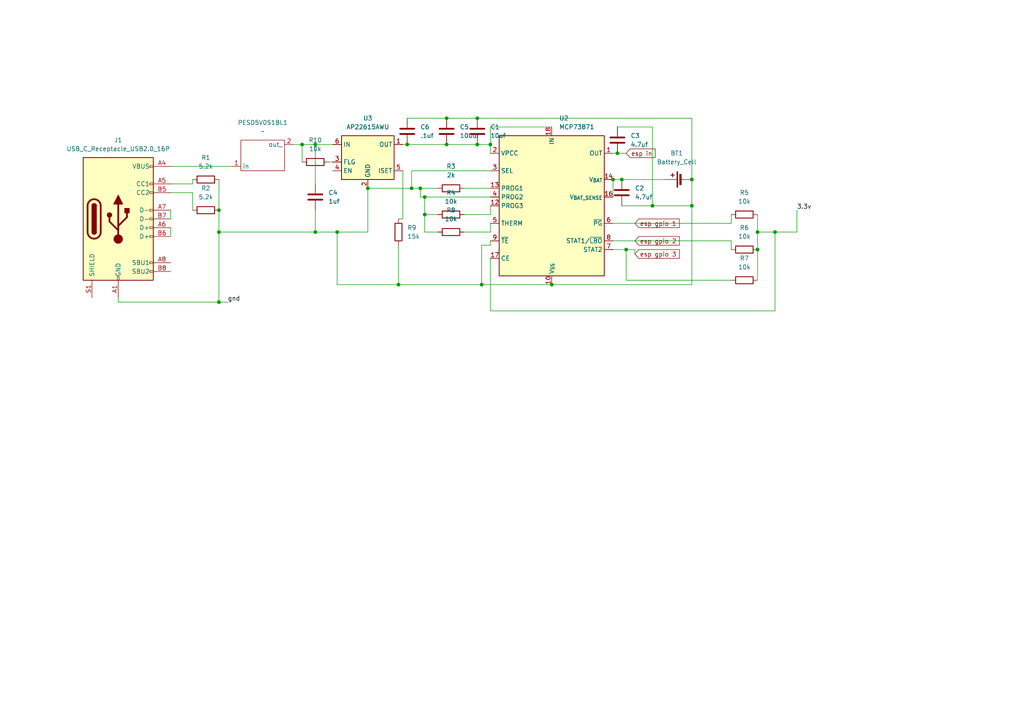
<source format=kicad_sch>
(kicad_sch
	(version 20250114)
	(generator "eeschema")
	(generator_version "9.0")
	(uuid "8387640b-ee5f-44dc-be84-00cadffd087d")
	(paper "A4")
	(lib_symbols
		(symbol "Battery_Management:MCP73871"
			(exclude_from_sim no)
			(in_bom yes)
			(on_board yes)
			(property "Reference" "U"
				(at -7.62 24.13 0)
				(effects
					(font
						(size 1.27 1.27)
					)
					(justify left)
				)
			)
			(property "Value" "MCP73871"
				(at -15.24 21.59 0)
				(effects
					(font
						(size 1.27 1.27)
					)
					(justify left)
				)
			)
			(property "Footprint" "Package_DFN_QFN:QFN-20-1EP_4x4mm_P0.5mm_EP2.5x2.5mm"
				(at 5.08 -22.86 0)
				(effects
					(font
						(size 1.27 1.27)
						(italic yes)
					)
					(justify left)
					(hide yes)
				)
			)
			(property "Datasheet" "http://www.mouser.com/ds/2/268/22090a-52174.pdf"
				(at -3.81 13.97 0)
				(effects
					(font
						(size 1.27 1.27)
					)
					(hide yes)
				)
			)
			(property "Description" "Single cell, Li-Ion/Li-Po charge management controller"
				(at 0 0 0)
				(effects
					(font
						(size 1.27 1.27)
					)
					(hide yes)
				)
			)
			(property "ki_keywords" "battery charger lithium"
				(at 0 0 0)
				(effects
					(font
						(size 1.27 1.27)
					)
					(hide yes)
				)
			)
			(property "ki_fp_filters" "QFN*4x4mm*P0.5mm*"
				(at 0 0 0)
				(effects
					(font
						(size 1.27 1.27)
					)
					(hide yes)
				)
			)
			(symbol "MCP73871_0_1"
				(rectangle
					(start -15.24 20.32)
					(end 15.24 -20.32)
					(stroke
						(width 0.254)
						(type default)
					)
					(fill
						(type background)
					)
				)
			)
			(symbol "MCP73871_1_1"
				(pin input line
					(at -17.78 15.24 0)
					(length 2.54)
					(name "VPCC"
						(effects
							(font
								(size 1.27 1.27)
							)
						)
					)
					(number "2"
						(effects
							(font
								(size 1.27 1.27)
							)
						)
					)
				)
				(pin input line
					(at -17.78 10.16 0)
					(length 2.54)
					(name "SEL"
						(effects
							(font
								(size 1.27 1.27)
							)
						)
					)
					(number "3"
						(effects
							(font
								(size 1.27 1.27)
							)
						)
					)
				)
				(pin bidirectional line
					(at -17.78 5.08 0)
					(length 2.54)
					(name "PROG1"
						(effects
							(font
								(size 1.27 1.27)
							)
						)
					)
					(number "13"
						(effects
							(font
								(size 1.27 1.27)
							)
						)
					)
				)
				(pin input line
					(at -17.78 2.54 0)
					(length 2.54)
					(name "PROG2"
						(effects
							(font
								(size 1.27 1.27)
							)
						)
					)
					(number "4"
						(effects
							(font
								(size 1.27 1.27)
							)
						)
					)
				)
				(pin bidirectional line
					(at -17.78 0 0)
					(length 2.54)
					(name "PROG3"
						(effects
							(font
								(size 1.27 1.27)
							)
						)
					)
					(number "12"
						(effects
							(font
								(size 1.27 1.27)
							)
						)
					)
				)
				(pin bidirectional line
					(at -17.78 -5.08 0)
					(length 2.54)
					(name "THERM"
						(effects
							(font
								(size 1.27 1.27)
							)
						)
					)
					(number "5"
						(effects
							(font
								(size 1.27 1.27)
							)
						)
					)
				)
				(pin input line
					(at -17.78 -10.16 0)
					(length 2.54)
					(name "~{TE}"
						(effects
							(font
								(size 1.27 1.27)
							)
						)
					)
					(number "9"
						(effects
							(font
								(size 1.27 1.27)
							)
						)
					)
				)
				(pin input line
					(at -17.78 -15.24 0)
					(length 2.54)
					(name "CE"
						(effects
							(font
								(size 1.27 1.27)
							)
						)
					)
					(number "17"
						(effects
							(font
								(size 1.27 1.27)
							)
						)
					)
				)
				(pin power_in line
					(at 0 22.86 270)
					(length 2.54)
					(name "IN"
						(effects
							(font
								(size 1.27 1.27)
							)
						)
					)
					(number "18"
						(effects
							(font
								(size 1.27 1.27)
							)
						)
					)
				)
				(pin passive line
					(at 0 22.86 270)
					(length 2.54)
					(hide yes)
					(name "IN"
						(effects
							(font
								(size 1.27 1.27)
							)
						)
					)
					(number "19"
						(effects
							(font
								(size 1.27 1.27)
							)
						)
					)
				)
				(pin power_in line
					(at 0 -22.86 90)
					(length 2.54)
					(name "V_{SS}"
						(effects
							(font
								(size 1.27 1.27)
							)
						)
					)
					(number "10"
						(effects
							(font
								(size 1.27 1.27)
							)
						)
					)
				)
				(pin passive line
					(at 0 -22.86 90)
					(length 2.54)
					(hide yes)
					(name "V_{SS}"
						(effects
							(font
								(size 1.27 1.27)
							)
						)
					)
					(number "11"
						(effects
							(font
								(size 1.27 1.27)
							)
						)
					)
				)
				(pin passive line
					(at 0 -22.86 90)
					(length 2.54)
					(hide yes)
					(name "V_{SS}"
						(effects
							(font
								(size 1.27 1.27)
							)
						)
					)
					(number "21"
						(effects
							(font
								(size 1.27 1.27)
							)
						)
					)
				)
				(pin power_out line
					(at 17.78 15.24 180)
					(length 2.54)
					(name "OUT"
						(effects
							(font
								(size 1.27 1.27)
							)
						)
					)
					(number "1"
						(effects
							(font
								(size 1.27 1.27)
							)
						)
					)
				)
				(pin passive line
					(at 17.78 15.24 180)
					(length 2.54)
					(hide yes)
					(name "OUT"
						(effects
							(font
								(size 1.27 1.27)
							)
						)
					)
					(number "20"
						(effects
							(font
								(size 1.27 1.27)
							)
						)
					)
				)
				(pin power_out line
					(at 17.78 7.62 180)
					(length 2.54)
					(name "V_{BAT}"
						(effects
							(font
								(size 1.27 1.27)
							)
						)
					)
					(number "14"
						(effects
							(font
								(size 1.27 1.27)
							)
						)
					)
				)
				(pin passive line
					(at 17.78 7.62 180)
					(length 2.54)
					(hide yes)
					(name "V_{BAT}"
						(effects
							(font
								(size 1.27 1.27)
							)
						)
					)
					(number "15"
						(effects
							(font
								(size 1.27 1.27)
							)
						)
					)
				)
				(pin input line
					(at 17.78 2.54 180)
					(length 2.54)
					(name "V_{BAT_SENSE}"
						(effects
							(font
								(size 1.27 1.27)
							)
						)
					)
					(number "16"
						(effects
							(font
								(size 1.27 1.27)
							)
						)
					)
				)
				(pin open_collector line
					(at 17.78 -5.08 180)
					(length 2.54)
					(name "~{PG}"
						(effects
							(font
								(size 1.27 1.27)
							)
						)
					)
					(number "6"
						(effects
							(font
								(size 1.27 1.27)
							)
						)
					)
				)
				(pin open_collector line
					(at 17.78 -10.16 180)
					(length 2.54)
					(name "STAT1/~{LBO}"
						(effects
							(font
								(size 1.27 1.27)
							)
						)
					)
					(number "8"
						(effects
							(font
								(size 1.27 1.27)
							)
						)
					)
				)
				(pin open_collector line
					(at 17.78 -12.7 180)
					(length 2.54)
					(name "STAT2"
						(effects
							(font
								(size 1.27 1.27)
							)
						)
					)
					(number "7"
						(effects
							(font
								(size 1.27 1.27)
							)
						)
					)
				)
			)
			(embedded_fonts no)
		)
		(symbol "Connector:USB_C_Receptacle_USB2.0_16P"
			(pin_names
				(offset 1.016)
			)
			(exclude_from_sim no)
			(in_bom yes)
			(on_board yes)
			(property "Reference" "J"
				(at 0 22.225 0)
				(effects
					(font
						(size 1.27 1.27)
					)
				)
			)
			(property "Value" "USB_C_Receptacle_USB2.0_16P"
				(at 0 19.685 0)
				(effects
					(font
						(size 1.27 1.27)
					)
				)
			)
			(property "Footprint" ""
				(at 3.81 0 0)
				(effects
					(font
						(size 1.27 1.27)
					)
					(hide yes)
				)
			)
			(property "Datasheet" "https://www.usb.org/sites/default/files/documents/usb_type-c.zip"
				(at 3.81 0 0)
				(effects
					(font
						(size 1.27 1.27)
					)
					(hide yes)
				)
			)
			(property "Description" "USB 2.0-only 16P Type-C Receptacle connector"
				(at 0 0 0)
				(effects
					(font
						(size 1.27 1.27)
					)
					(hide yes)
				)
			)
			(property "ki_keywords" "usb universal serial bus type-C USB2.0"
				(at 0 0 0)
				(effects
					(font
						(size 1.27 1.27)
					)
					(hide yes)
				)
			)
			(property "ki_fp_filters" "USB*C*Receptacle*"
				(at 0 0 0)
				(effects
					(font
						(size 1.27 1.27)
					)
					(hide yes)
				)
			)
			(symbol "USB_C_Receptacle_USB2.0_16P_0_0"
				(rectangle
					(start -0.254 -17.78)
					(end 0.254 -16.764)
					(stroke
						(width 0)
						(type default)
					)
					(fill
						(type none)
					)
				)
				(rectangle
					(start 10.16 15.494)
					(end 9.144 14.986)
					(stroke
						(width 0)
						(type default)
					)
					(fill
						(type none)
					)
				)
				(rectangle
					(start 10.16 10.414)
					(end 9.144 9.906)
					(stroke
						(width 0)
						(type default)
					)
					(fill
						(type none)
					)
				)
				(rectangle
					(start 10.16 7.874)
					(end 9.144 7.366)
					(stroke
						(width 0)
						(type default)
					)
					(fill
						(type none)
					)
				)
				(rectangle
					(start 10.16 2.794)
					(end 9.144 2.286)
					(stroke
						(width 0)
						(type default)
					)
					(fill
						(type none)
					)
				)
				(rectangle
					(start 10.16 0.254)
					(end 9.144 -0.254)
					(stroke
						(width 0)
						(type default)
					)
					(fill
						(type none)
					)
				)
				(rectangle
					(start 10.16 -2.286)
					(end 9.144 -2.794)
					(stroke
						(width 0)
						(type default)
					)
					(fill
						(type none)
					)
				)
				(rectangle
					(start 10.16 -4.826)
					(end 9.144 -5.334)
					(stroke
						(width 0)
						(type default)
					)
					(fill
						(type none)
					)
				)
				(rectangle
					(start 10.16 -12.446)
					(end 9.144 -12.954)
					(stroke
						(width 0)
						(type default)
					)
					(fill
						(type none)
					)
				)
				(rectangle
					(start 10.16 -14.986)
					(end 9.144 -15.494)
					(stroke
						(width 0)
						(type default)
					)
					(fill
						(type none)
					)
				)
			)
			(symbol "USB_C_Receptacle_USB2.0_16P_0_1"
				(rectangle
					(start -10.16 17.78)
					(end 10.16 -17.78)
					(stroke
						(width 0.254)
						(type default)
					)
					(fill
						(type background)
					)
				)
				(polyline
					(pts
						(xy -8.89 -3.81) (xy -8.89 3.81)
					)
					(stroke
						(width 0.508)
						(type default)
					)
					(fill
						(type none)
					)
				)
				(rectangle
					(start -7.62 -3.81)
					(end -6.35 3.81)
					(stroke
						(width 0.254)
						(type default)
					)
					(fill
						(type outline)
					)
				)
				(arc
					(start -7.62 3.81)
					(mid -6.985 4.4423)
					(end -6.35 3.81)
					(stroke
						(width 0.254)
						(type default)
					)
					(fill
						(type none)
					)
				)
				(arc
					(start -7.62 3.81)
					(mid -6.985 4.4423)
					(end -6.35 3.81)
					(stroke
						(width 0.254)
						(type default)
					)
					(fill
						(type outline)
					)
				)
				(arc
					(start -8.89 3.81)
					(mid -6.985 5.7067)
					(end -5.08 3.81)
					(stroke
						(width 0.508)
						(type default)
					)
					(fill
						(type none)
					)
				)
				(arc
					(start -5.08 -3.81)
					(mid -6.985 -5.7067)
					(end -8.89 -3.81)
					(stroke
						(width 0.508)
						(type default)
					)
					(fill
						(type none)
					)
				)
				(arc
					(start -6.35 -3.81)
					(mid -6.985 -4.4423)
					(end -7.62 -3.81)
					(stroke
						(width 0.254)
						(type default)
					)
					(fill
						(type none)
					)
				)
				(arc
					(start -6.35 -3.81)
					(mid -6.985 -4.4423)
					(end -7.62 -3.81)
					(stroke
						(width 0.254)
						(type default)
					)
					(fill
						(type outline)
					)
				)
				(polyline
					(pts
						(xy -5.08 3.81) (xy -5.08 -3.81)
					)
					(stroke
						(width 0.508)
						(type default)
					)
					(fill
						(type none)
					)
				)
				(circle
					(center -2.54 1.143)
					(radius 0.635)
					(stroke
						(width 0.254)
						(type default)
					)
					(fill
						(type outline)
					)
				)
				(polyline
					(pts
						(xy -1.27 4.318) (xy 0 6.858) (xy 1.27 4.318) (xy -1.27 4.318)
					)
					(stroke
						(width 0.254)
						(type default)
					)
					(fill
						(type outline)
					)
				)
				(polyline
					(pts
						(xy 0 -2.032) (xy 2.54 0.508) (xy 2.54 1.778)
					)
					(stroke
						(width 0.508)
						(type default)
					)
					(fill
						(type none)
					)
				)
				(polyline
					(pts
						(xy 0 -3.302) (xy -2.54 -0.762) (xy -2.54 0.508)
					)
					(stroke
						(width 0.508)
						(type default)
					)
					(fill
						(type none)
					)
				)
				(polyline
					(pts
						(xy 0 -5.842) (xy 0 4.318)
					)
					(stroke
						(width 0.508)
						(type default)
					)
					(fill
						(type none)
					)
				)
				(circle
					(center 0 -5.842)
					(radius 1.27)
					(stroke
						(width 0)
						(type default)
					)
					(fill
						(type outline)
					)
				)
				(rectangle
					(start 1.905 1.778)
					(end 3.175 3.048)
					(stroke
						(width 0.254)
						(type default)
					)
					(fill
						(type outline)
					)
				)
			)
			(symbol "USB_C_Receptacle_USB2.0_16P_1_1"
				(pin passive line
					(at -7.62 -22.86 90)
					(length 5.08)
					(name "SHIELD"
						(effects
							(font
								(size 1.27 1.27)
							)
						)
					)
					(number "S1"
						(effects
							(font
								(size 1.27 1.27)
							)
						)
					)
				)
				(pin passive line
					(at 0 -22.86 90)
					(length 5.08)
					(name "GND"
						(effects
							(font
								(size 1.27 1.27)
							)
						)
					)
					(number "A1"
						(effects
							(font
								(size 1.27 1.27)
							)
						)
					)
				)
				(pin passive line
					(at 0 -22.86 90)
					(length 5.08)
					(hide yes)
					(name "GND"
						(effects
							(font
								(size 1.27 1.27)
							)
						)
					)
					(number "A12"
						(effects
							(font
								(size 1.27 1.27)
							)
						)
					)
				)
				(pin passive line
					(at 0 -22.86 90)
					(length 5.08)
					(hide yes)
					(name "GND"
						(effects
							(font
								(size 1.27 1.27)
							)
						)
					)
					(number "B1"
						(effects
							(font
								(size 1.27 1.27)
							)
						)
					)
				)
				(pin passive line
					(at 0 -22.86 90)
					(length 5.08)
					(hide yes)
					(name "GND"
						(effects
							(font
								(size 1.27 1.27)
							)
						)
					)
					(number "B12"
						(effects
							(font
								(size 1.27 1.27)
							)
						)
					)
				)
				(pin passive line
					(at 15.24 15.24 180)
					(length 5.08)
					(name "VBUS"
						(effects
							(font
								(size 1.27 1.27)
							)
						)
					)
					(number "A4"
						(effects
							(font
								(size 1.27 1.27)
							)
						)
					)
				)
				(pin passive line
					(at 15.24 15.24 180)
					(length 5.08)
					(hide yes)
					(name "VBUS"
						(effects
							(font
								(size 1.27 1.27)
							)
						)
					)
					(number "A9"
						(effects
							(font
								(size 1.27 1.27)
							)
						)
					)
				)
				(pin passive line
					(at 15.24 15.24 180)
					(length 5.08)
					(hide yes)
					(name "VBUS"
						(effects
							(font
								(size 1.27 1.27)
							)
						)
					)
					(number "B4"
						(effects
							(font
								(size 1.27 1.27)
							)
						)
					)
				)
				(pin passive line
					(at 15.24 15.24 180)
					(length 5.08)
					(hide yes)
					(name "VBUS"
						(effects
							(font
								(size 1.27 1.27)
							)
						)
					)
					(number "B9"
						(effects
							(font
								(size 1.27 1.27)
							)
						)
					)
				)
				(pin bidirectional line
					(at 15.24 10.16 180)
					(length 5.08)
					(name "CC1"
						(effects
							(font
								(size 1.27 1.27)
							)
						)
					)
					(number "A5"
						(effects
							(font
								(size 1.27 1.27)
							)
						)
					)
				)
				(pin bidirectional line
					(at 15.24 7.62 180)
					(length 5.08)
					(name "CC2"
						(effects
							(font
								(size 1.27 1.27)
							)
						)
					)
					(number "B5"
						(effects
							(font
								(size 1.27 1.27)
							)
						)
					)
				)
				(pin bidirectional line
					(at 15.24 2.54 180)
					(length 5.08)
					(name "D-"
						(effects
							(font
								(size 1.27 1.27)
							)
						)
					)
					(number "A7"
						(effects
							(font
								(size 1.27 1.27)
							)
						)
					)
				)
				(pin bidirectional line
					(at 15.24 0 180)
					(length 5.08)
					(name "D-"
						(effects
							(font
								(size 1.27 1.27)
							)
						)
					)
					(number "B7"
						(effects
							(font
								(size 1.27 1.27)
							)
						)
					)
				)
				(pin bidirectional line
					(at 15.24 -2.54 180)
					(length 5.08)
					(name "D+"
						(effects
							(font
								(size 1.27 1.27)
							)
						)
					)
					(number "A6"
						(effects
							(font
								(size 1.27 1.27)
							)
						)
					)
				)
				(pin bidirectional line
					(at 15.24 -5.08 180)
					(length 5.08)
					(name "D+"
						(effects
							(font
								(size 1.27 1.27)
							)
						)
					)
					(number "B6"
						(effects
							(font
								(size 1.27 1.27)
							)
						)
					)
				)
				(pin bidirectional line
					(at 15.24 -12.7 180)
					(length 5.08)
					(name "SBU1"
						(effects
							(font
								(size 1.27 1.27)
							)
						)
					)
					(number "A8"
						(effects
							(font
								(size 1.27 1.27)
							)
						)
					)
				)
				(pin bidirectional line
					(at 15.24 -15.24 180)
					(length 5.08)
					(name "SBU2"
						(effects
							(font
								(size 1.27 1.27)
							)
						)
					)
					(number "B8"
						(effects
							(font
								(size 1.27 1.27)
							)
						)
					)
				)
			)
			(embedded_fonts no)
		)
		(symbol "Device:Battery_Cell"
			(pin_numbers
				(hide yes)
			)
			(pin_names
				(offset 0)
				(hide yes)
			)
			(exclude_from_sim no)
			(in_bom yes)
			(on_board yes)
			(property "Reference" "BT"
				(at 2.54 2.54 0)
				(effects
					(font
						(size 1.27 1.27)
					)
					(justify left)
				)
			)
			(property "Value" "Battery_Cell"
				(at 2.54 0 0)
				(effects
					(font
						(size 1.27 1.27)
					)
					(justify left)
				)
			)
			(property "Footprint" ""
				(at 0 1.524 90)
				(effects
					(font
						(size 1.27 1.27)
					)
					(hide yes)
				)
			)
			(property "Datasheet" "~"
				(at 0 1.524 90)
				(effects
					(font
						(size 1.27 1.27)
					)
					(hide yes)
				)
			)
			(property "Description" "Single-cell battery"
				(at 0 0 0)
				(effects
					(font
						(size 1.27 1.27)
					)
					(hide yes)
				)
			)
			(property "Sim.Device" "V"
				(at 0 0 0)
				(effects
					(font
						(size 1.27 1.27)
					)
					(hide yes)
				)
			)
			(property "Sim.Type" "DC"
				(at 0 0 0)
				(effects
					(font
						(size 1.27 1.27)
					)
					(hide yes)
				)
			)
			(property "Sim.Pins" "1=+ 2=-"
				(at 0 0 0)
				(effects
					(font
						(size 1.27 1.27)
					)
					(hide yes)
				)
			)
			(property "ki_keywords" "battery cell"
				(at 0 0 0)
				(effects
					(font
						(size 1.27 1.27)
					)
					(hide yes)
				)
			)
			(symbol "Battery_Cell_0_1"
				(rectangle
					(start -2.286 1.778)
					(end 2.286 1.524)
					(stroke
						(width 0)
						(type default)
					)
					(fill
						(type outline)
					)
				)
				(rectangle
					(start -1.524 1.016)
					(end 1.524 0.508)
					(stroke
						(width 0)
						(type default)
					)
					(fill
						(type outline)
					)
				)
				(polyline
					(pts
						(xy 0 1.778) (xy 0 2.54)
					)
					(stroke
						(width 0)
						(type default)
					)
					(fill
						(type none)
					)
				)
				(polyline
					(pts
						(xy 0 0.762) (xy 0 0)
					)
					(stroke
						(width 0)
						(type default)
					)
					(fill
						(type none)
					)
				)
				(polyline
					(pts
						(xy 0.762 3.048) (xy 1.778 3.048)
					)
					(stroke
						(width 0.254)
						(type default)
					)
					(fill
						(type none)
					)
				)
				(polyline
					(pts
						(xy 1.27 3.556) (xy 1.27 2.54)
					)
					(stroke
						(width 0.254)
						(type default)
					)
					(fill
						(type none)
					)
				)
			)
			(symbol "Battery_Cell_1_1"
				(pin passive line
					(at 0 5.08 270)
					(length 2.54)
					(name "+"
						(effects
							(font
								(size 1.27 1.27)
							)
						)
					)
					(number "1"
						(effects
							(font
								(size 1.27 1.27)
							)
						)
					)
				)
				(pin passive line
					(at 0 -2.54 90)
					(length 2.54)
					(name "-"
						(effects
							(font
								(size 1.27 1.27)
							)
						)
					)
					(number "2"
						(effects
							(font
								(size 1.27 1.27)
							)
						)
					)
				)
			)
			(embedded_fonts no)
		)
		(symbol "Device:C"
			(pin_numbers
				(hide yes)
			)
			(pin_names
				(offset 0.254)
			)
			(exclude_from_sim no)
			(in_bom yes)
			(on_board yes)
			(property "Reference" "C"
				(at 0.635 2.54 0)
				(effects
					(font
						(size 1.27 1.27)
					)
					(justify left)
				)
			)
			(property "Value" "C"
				(at 0.635 -2.54 0)
				(effects
					(font
						(size 1.27 1.27)
					)
					(justify left)
				)
			)
			(property "Footprint" ""
				(at 0.9652 -3.81 0)
				(effects
					(font
						(size 1.27 1.27)
					)
					(hide yes)
				)
			)
			(property "Datasheet" "~"
				(at 0 0 0)
				(effects
					(font
						(size 1.27 1.27)
					)
					(hide yes)
				)
			)
			(property "Description" "Unpolarized capacitor"
				(at 0 0 0)
				(effects
					(font
						(size 1.27 1.27)
					)
					(hide yes)
				)
			)
			(property "ki_keywords" "cap capacitor"
				(at 0 0 0)
				(effects
					(font
						(size 1.27 1.27)
					)
					(hide yes)
				)
			)
			(property "ki_fp_filters" "C_*"
				(at 0 0 0)
				(effects
					(font
						(size 1.27 1.27)
					)
					(hide yes)
				)
			)
			(symbol "C_0_1"
				(polyline
					(pts
						(xy -2.032 0.762) (xy 2.032 0.762)
					)
					(stroke
						(width 0.508)
						(type default)
					)
					(fill
						(type none)
					)
				)
				(polyline
					(pts
						(xy -2.032 -0.762) (xy 2.032 -0.762)
					)
					(stroke
						(width 0.508)
						(type default)
					)
					(fill
						(type none)
					)
				)
			)
			(symbol "C_1_1"
				(pin passive line
					(at 0 3.81 270)
					(length 2.794)
					(name "~"
						(effects
							(font
								(size 1.27 1.27)
							)
						)
					)
					(number "1"
						(effects
							(font
								(size 1.27 1.27)
							)
						)
					)
				)
				(pin passive line
					(at 0 -3.81 90)
					(length 2.794)
					(name "~"
						(effects
							(font
								(size 1.27 1.27)
							)
						)
					)
					(number "2"
						(effects
							(font
								(size 1.27 1.27)
							)
						)
					)
				)
			)
			(embedded_fonts no)
		)
		(symbol "Device:R"
			(pin_numbers
				(hide yes)
			)
			(pin_names
				(offset 0)
			)
			(exclude_from_sim no)
			(in_bom yes)
			(on_board yes)
			(property "Reference" "R"
				(at 2.032 0 90)
				(effects
					(font
						(size 1.27 1.27)
					)
				)
			)
			(property "Value" "R"
				(at 0 0 90)
				(effects
					(font
						(size 1.27 1.27)
					)
				)
			)
			(property "Footprint" ""
				(at -1.778 0 90)
				(effects
					(font
						(size 1.27 1.27)
					)
					(hide yes)
				)
			)
			(property "Datasheet" "~"
				(at 0 0 0)
				(effects
					(font
						(size 1.27 1.27)
					)
					(hide yes)
				)
			)
			(property "Description" "Resistor"
				(at 0 0 0)
				(effects
					(font
						(size 1.27 1.27)
					)
					(hide yes)
				)
			)
			(property "ki_keywords" "R res resistor"
				(at 0 0 0)
				(effects
					(font
						(size 1.27 1.27)
					)
					(hide yes)
				)
			)
			(property "ki_fp_filters" "R_*"
				(at 0 0 0)
				(effects
					(font
						(size 1.27 1.27)
					)
					(hide yes)
				)
			)
			(symbol "R_0_1"
				(rectangle
					(start -1.016 -2.54)
					(end 1.016 2.54)
					(stroke
						(width 0.254)
						(type default)
					)
					(fill
						(type none)
					)
				)
			)
			(symbol "R_1_1"
				(pin passive line
					(at 0 3.81 270)
					(length 1.27)
					(name "~"
						(effects
							(font
								(size 1.27 1.27)
							)
						)
					)
					(number "1"
						(effects
							(font
								(size 1.27 1.27)
							)
						)
					)
				)
				(pin passive line
					(at 0 -3.81 90)
					(length 1.27)
					(name "~"
						(effects
							(font
								(size 1.27 1.27)
							)
						)
					)
					(number "2"
						(effects
							(font
								(size 1.27 1.27)
							)
						)
					)
				)
			)
			(embedded_fonts no)
		)
		(symbol "PESD5V0S1BL:_1"
			(exclude_from_sim no)
			(in_bom yes)
			(on_board yes)
			(property "Reference" "PESD5V0S1BL"
				(at 0 -3.556 0)
				(effects
					(font
						(size 1.27 1.27)
					)
				)
			)
			(property "Value" ""
				(at 0 0 0)
				(effects
					(font
						(size 1.27 1.27)
					)
				)
			)
			(property "Footprint" ""
				(at 0 0 0)
				(effects
					(font
						(size 1.27 1.27)
					)
					(hide yes)
				)
			)
			(property "Datasheet" ""
				(at 0 0 0)
				(effects
					(font
						(size 1.27 1.27)
					)
					(hide yes)
				)
			)
			(property "Description" ""
				(at 0 0 0)
				(effects
					(font
						(size 1.27 1.27)
					)
					(hide yes)
				)
			)
			(symbol "_1_0_1"
				(rectangle
					(start -6.35 1.27)
					(end 6.35 -7.62)
					(stroke
						(width 0)
						(type default)
					)
					(fill
						(type none)
					)
				)
			)
			(symbol "_1_1_1"
				(pin power_in line
					(at -8.89 -6.35 0)
					(length 2.54)
					(name "in"
						(effects
							(font
								(size 1.27 1.27)
							)
						)
					)
					(number "1"
						(effects
							(font
								(size 1.27 1.27)
							)
						)
					)
				)
				(pin power_out line
					(at 8.89 0 180)
					(length 2.54)
					(name "out_"
						(effects
							(font
								(size 1.27 1.27)
							)
						)
					)
					(number "2"
						(effects
							(font
								(size 1.27 1.27)
							)
						)
					)
				)
			)
			(embedded_fonts no)
		)
		(symbol "Regulator_Linear:AP22615AWU"
			(exclude_from_sim no)
			(in_bom yes)
			(on_board yes)
			(property "Reference" "U"
				(at -7.62 -8.89 0)
				(effects
					(font
						(size 1.27 1.27)
					)
					(justify left)
				)
			)
			(property "Value" "AP22615AWU"
				(at -7.62 6.35 0)
				(effects
					(font
						(size 1.27 1.27)
					)
					(justify left)
				)
			)
			(property "Footprint" "Package_TO_SOT_SMD:SOT-23-6"
				(at 0 -19.05 0)
				(effects
					(font
						(size 1.27 1.27)
					)
					(hide yes)
				)
			)
			(property "Datasheet" "https://www.diodes.com/datasheet/download/AP22815_615.pdf"
				(at 0 -24.13 0)
				(effects
					(font
						(size 1.27 1.27)
					)
					(hide yes)
				)
			)
			(property "Description" "Current limited power switch, single channel, 3.0V to 5.5V, 3A, SOT-23-6"
				(at 0 -21.59 0)
				(effects
					(font
						(size 1.27 1.27)
					)
					(hide yes)
				)
			)
			(property "ki_keywords" "Limit USB active-high load-switch"
				(at 0 0 0)
				(effects
					(font
						(size 1.27 1.27)
					)
					(hide yes)
				)
			)
			(property "ki_fp_filters" "SOT?23*"
				(at 0 0 0)
				(effects
					(font
						(size 1.27 1.27)
					)
					(hide yes)
				)
			)
			(symbol "AP22615AWU_0_1"
				(rectangle
					(start -7.62 5.08)
					(end 7.62 -7.62)
					(stroke
						(width 0.254)
						(type default)
					)
					(fill
						(type background)
					)
				)
			)
			(symbol "AP22615AWU_1_0"
				(pin power_in line
					(at -10.16 2.54 0)
					(length 2.54)
					(name "IN"
						(effects
							(font
								(size 1.27 1.27)
							)
						)
					)
					(number "6"
						(effects
							(font
								(size 1.27 1.27)
							)
						)
					)
				)
				(pin open_collector line
					(at -10.16 -2.54 0)
					(length 2.54)
					(name "FLG"
						(effects
							(font
								(size 1.27 1.27)
							)
						)
					)
					(number "3"
						(effects
							(font
								(size 1.27 1.27)
							)
						)
					)
				)
				(pin input line
					(at -10.16 -5.08 0)
					(length 2.54)
					(name "EN"
						(effects
							(font
								(size 1.27 1.27)
							)
						)
					)
					(number "4"
						(effects
							(font
								(size 1.27 1.27)
							)
						)
					)
				)
				(pin power_in line
					(at 0 -10.16 90)
					(length 2.54)
					(name "GND"
						(effects
							(font
								(size 1.27 1.27)
							)
						)
					)
					(number "2"
						(effects
							(font
								(size 1.27 1.27)
							)
						)
					)
				)
				(pin power_out line
					(at 10.16 2.54 180)
					(length 2.54)
					(name "OUT"
						(effects
							(font
								(size 1.27 1.27)
							)
						)
					)
					(number "1"
						(effects
							(font
								(size 1.27 1.27)
							)
						)
					)
				)
				(pin passive line
					(at 10.16 -5.08 180)
					(length 2.54)
					(name "ISET"
						(effects
							(font
								(size 1.27 1.27)
							)
						)
					)
					(number "5"
						(effects
							(font
								(size 1.27 1.27)
							)
						)
					)
				)
			)
			(embedded_fonts no)
		)
	)
	(junction
		(at 118.11 41.91)
		(diameter 0)
		(color 0 0 0 0)
		(uuid "00236e1a-c77b-480d-952b-e33f4385ea05")
	)
	(junction
		(at 129.54 34.29)
		(diameter 0)
		(color 0 0 0 0)
		(uuid "01f79816-8f5c-4adf-ac0d-969e11148e6c")
	)
	(junction
		(at 139.7 82.55)
		(diameter 0)
		(color 0 0 0 0)
		(uuid "0bcf750e-d76f-4bc0-ba1a-81020c8b99c1")
	)
	(junction
		(at 160.02 82.55)
		(diameter 0)
		(color 0 0 0 0)
		(uuid "11bd05e5-89ea-496c-96b2-b43e95fec87e")
	)
	(junction
		(at 106.68 54.61)
		(diameter 0)
		(color 0 0 0 0)
		(uuid "17ebdbad-29e5-462f-ad3c-1b25cbff6057")
	)
	(junction
		(at 219.71 67.31)
		(diameter 0)
		(color 0 0 0 0)
		(uuid "1c190bcd-a9ae-4eb6-af72-93ff09d4b565")
	)
	(junction
		(at 63.5 60.96)
		(diameter 0)
		(color 0 0 0 0)
		(uuid "27c06307-c78d-465e-8a90-9ebb7e4ff76e")
	)
	(junction
		(at 181.61 72.39)
		(diameter 0)
		(color 0 0 0 0)
		(uuid "29e77eb5-44bc-4d95-bdc9-3d2fc10c03cb")
	)
	(junction
		(at 138.43 41.91)
		(diameter 0)
		(color 0 0 0 0)
		(uuid "30e1dcf3-67de-4576-b1cb-e1216be06826")
	)
	(junction
		(at 129.54 41.91)
		(diameter 0)
		(color 0 0 0 0)
		(uuid "38fd5cdd-4f13-4c38-9b2a-fdf2dc6a297e")
	)
	(junction
		(at 200.66 59.69)
		(diameter 0)
		(color 0 0 0 0)
		(uuid "3df631de-09bf-487a-bd23-f7ba013220dc")
	)
	(junction
		(at 121.92 54.61)
		(diameter 0)
		(color 0 0 0 0)
		(uuid "409277df-f475-4843-ad2e-75ae57f4b8f7")
	)
	(junction
		(at 63.5 67.31)
		(diameter 0)
		(color 0 0 0 0)
		(uuid "4640f6b8-7f66-4f3f-93c0-67762adb7d80")
	)
	(junction
		(at 123.19 57.15)
		(diameter 0)
		(color 0 0 0 0)
		(uuid "48a95f00-6f6f-41ed-8bb9-10d6bd570c66")
	)
	(junction
		(at 180.34 52.07)
		(diameter 0)
		(color 0 0 0 0)
		(uuid "4f591f26-5505-4758-89a3-3a55fbc91b12")
	)
	(junction
		(at 138.43 34.29)
		(diameter 0)
		(color 0 0 0 0)
		(uuid "5d3b5bd9-078d-47b0-a687-d056841af561")
	)
	(junction
		(at 200.66 52.07)
		(diameter 0)
		(color 0 0 0 0)
		(uuid "6d53580c-93fb-4dde-9436-818d859019b9")
	)
	(junction
		(at 177.8 52.07)
		(diameter 0)
		(color 0 0 0 0)
		(uuid "6ecec534-bd68-416c-8de9-48a54d48fda0")
	)
	(junction
		(at 91.44 67.31)
		(diameter 0)
		(color 0 0 0 0)
		(uuid "993a0a12-7062-4668-bed1-c8ffd1d15864")
	)
	(junction
		(at 189.23 59.69)
		(diameter 0)
		(color 0 0 0 0)
		(uuid "9b794165-f0d9-4c1d-9bb4-94099d5a1900")
	)
	(junction
		(at 142.24 41.91)
		(diameter 0)
		(color 0 0 0 0)
		(uuid "9c974d6f-1de9-4644-88ce-c30c70559572")
	)
	(junction
		(at 224.79 67.31)
		(diameter 0)
		(color 0 0 0 0)
		(uuid "a28873c7-a121-41fd-9b3c-610242c21101")
	)
	(junction
		(at 63.5 87.63)
		(diameter 0)
		(color 0 0 0 0)
		(uuid "b1156f94-7de6-47c8-82d9-0d9e48b6b46b")
	)
	(junction
		(at 97.79 67.31)
		(diameter 0)
		(color 0 0 0 0)
		(uuid "b67e4397-43eb-4444-8f1e-e1c9149290f9")
	)
	(junction
		(at 219.71 72.39)
		(diameter 0)
		(color 0 0 0 0)
		(uuid "c9d3ba74-428a-4a37-9d9d-505ae2ea7b13")
	)
	(junction
		(at 119.38 54.61)
		(diameter 0)
		(color 0 0 0 0)
		(uuid "cc7bef7d-f0d3-4be1-9229-51b35e0c41e9")
	)
	(junction
		(at 115.57 82.55)
		(diameter 0)
		(color 0 0 0 0)
		(uuid "dca69bfe-621a-459d-be3f-39171b2887cf")
	)
	(junction
		(at 87.63 41.91)
		(diameter 0)
		(color 0 0 0 0)
		(uuid "dea90ed6-9e25-4ff3-8928-f188ee3773aa")
	)
	(junction
		(at 91.44 41.91)
		(diameter 0)
		(color 0 0 0 0)
		(uuid "eaae4d14-24d5-43dd-a4de-675db5729270")
	)
	(junction
		(at 179.07 44.45)
		(diameter 0)
		(color 0 0 0 0)
		(uuid "eac564e0-23b9-4a10-b731-879d68daddf7")
	)
	(junction
		(at 123.19 62.23)
		(diameter 0)
		(color 0 0 0 0)
		(uuid "ee7a6e16-34d9-499b-82ee-e5b43db04ab8")
	)
	(wire
		(pts
			(xy 142.24 57.15) (xy 123.19 57.15)
		)
		(stroke
			(width 0)
			(type default)
		)
		(uuid "04c8eded-5643-4e0d-b5e3-46c4178c153e")
	)
	(wire
		(pts
			(xy 63.5 87.63) (xy 66.04 87.63)
		)
		(stroke
			(width 0)
			(type default)
		)
		(uuid "068faff9-2322-42cf-bf84-80356e467184")
	)
	(wire
		(pts
			(xy 49.53 55.88) (xy 55.88 55.88)
		)
		(stroke
			(width 0)
			(type default)
		)
		(uuid "07b51a0e-a5af-4325-b3ea-32eb019ca8be")
	)
	(wire
		(pts
			(xy 55.88 55.88) (xy 55.88 60.96)
		)
		(stroke
			(width 0)
			(type default)
		)
		(uuid "09b09354-30b0-4f17-a83b-9236777f02b2")
	)
	(wire
		(pts
			(xy 142.24 71.12) (xy 139.7 71.12)
		)
		(stroke
			(width 0)
			(type default)
		)
		(uuid "12f9b40c-9fd2-4f94-9fa2-a4f1cc103864")
	)
	(wire
		(pts
			(xy 179.07 44.45) (xy 181.61 44.45)
		)
		(stroke
			(width 0)
			(type default)
		)
		(uuid "1e8d1d1d-def9-4bf4-ae98-1a36492cc131")
	)
	(wire
		(pts
			(xy 106.68 54.61) (xy 119.38 54.61)
		)
		(stroke
			(width 0)
			(type default)
		)
		(uuid "237a0eab-cea0-4e2d-a09b-1a224f43f8ac")
	)
	(wire
		(pts
			(xy 142.24 74.93) (xy 142.24 90.17)
		)
		(stroke
			(width 0)
			(type default)
		)
		(uuid "29a1dba0-1d39-4b4c-9a32-1982932a160e")
	)
	(wire
		(pts
			(xy 123.19 67.31) (xy 127 67.31)
		)
		(stroke
			(width 0)
			(type default)
		)
		(uuid "2c60326f-b443-4e2e-90a6-accfbcae7e24")
	)
	(wire
		(pts
			(xy 91.44 41.91) (xy 96.52 41.91)
		)
		(stroke
			(width 0)
			(type default)
		)
		(uuid "2f7fddb7-f7f2-47ee-84eb-ef453dd5ff74")
	)
	(wire
		(pts
			(xy 123.19 62.23) (xy 123.19 57.15)
		)
		(stroke
			(width 0)
			(type default)
		)
		(uuid "2f8c6848-987d-4452-aa70-083d0f32360f")
	)
	(wire
		(pts
			(xy 91.44 67.31) (xy 63.5 67.31)
		)
		(stroke
			(width 0)
			(type default)
		)
		(uuid "31807316-7082-4f1c-a4a4-c10c02f54bbf")
	)
	(wire
		(pts
			(xy 219.71 72.39) (xy 219.71 81.28)
		)
		(stroke
			(width 0)
			(type default)
		)
		(uuid "381cd2ec-4231-49bc-b797-9a3097f351cf")
	)
	(wire
		(pts
			(xy 87.63 41.91) (xy 87.63 46.99)
		)
		(stroke
			(width 0)
			(type default)
		)
		(uuid "3db65b3a-6b5b-4f54-a1f3-89f6d99bb57b")
	)
	(wire
		(pts
			(xy 212.09 69.85) (xy 212.09 72.39)
		)
		(stroke
			(width 0)
			(type default)
		)
		(uuid "4130d438-d2c8-4079-983b-653e1544190c")
	)
	(wire
		(pts
			(xy 184.15 72.39) (xy 184.15 73.66)
		)
		(stroke
			(width 0)
			(type default)
		)
		(uuid "44a47eff-657a-4c40-9d72-29a0ba6878b4")
	)
	(wire
		(pts
			(xy 177.8 57.15) (xy 177.8 52.07)
		)
		(stroke
			(width 0)
			(type default)
		)
		(uuid "45774b39-96dc-437e-9997-2ea1bbb6a171")
	)
	(wire
		(pts
			(xy 138.43 41.91) (xy 142.24 41.91)
		)
		(stroke
			(width 0)
			(type default)
		)
		(uuid "4ce7f35a-0365-491b-b5cd-3886d5f52712")
	)
	(wire
		(pts
			(xy 180.34 59.69) (xy 189.23 59.69)
		)
		(stroke
			(width 0)
			(type default)
		)
		(uuid "4d73266a-41f8-4e46-b316-42a45ab03060")
	)
	(wire
		(pts
			(xy 49.53 60.96) (xy 49.53 63.5)
		)
		(stroke
			(width 0)
			(type default)
		)
		(uuid "4e3da16f-a888-4cae-8793-390d12c82131")
	)
	(wire
		(pts
			(xy 91.44 60.96) (xy 91.44 67.31)
		)
		(stroke
			(width 0)
			(type default)
		)
		(uuid "511ad07b-a701-4dcb-a73f-c43e7aab857b")
	)
	(wire
		(pts
			(xy 180.34 52.07) (xy 193.04 52.07)
		)
		(stroke
			(width 0)
			(type default)
		)
		(uuid "5246e568-5a3f-4cec-8484-728ae5f055d6")
	)
	(wire
		(pts
			(xy 189.23 36.83) (xy 179.07 36.83)
		)
		(stroke
			(width 0)
			(type default)
		)
		(uuid "53a6f97a-34f0-4ddd-817d-89573ee4125a")
	)
	(wire
		(pts
			(xy 189.23 59.69) (xy 200.66 59.69)
		)
		(stroke
			(width 0)
			(type default)
		)
		(uuid "5b52f7bc-6c63-4444-bf5d-1223d8b66154")
	)
	(wire
		(pts
			(xy 224.79 90.17) (xy 224.79 67.31)
		)
		(stroke
			(width 0)
			(type default)
		)
		(uuid "5d191175-009d-4b04-bc0d-9d805b2510cb")
	)
	(wire
		(pts
			(xy 123.19 57.15) (xy 121.92 57.15)
		)
		(stroke
			(width 0)
			(type default)
		)
		(uuid "5fae325d-e11a-4991-b4fe-106f3c7e0d06")
	)
	(wire
		(pts
			(xy 139.7 71.12) (xy 139.7 82.55)
		)
		(stroke
			(width 0)
			(type default)
		)
		(uuid "61b8ed08-686f-4006-af20-595aa56a5d24")
	)
	(wire
		(pts
			(xy 224.79 67.31) (xy 231.14 67.31)
		)
		(stroke
			(width 0)
			(type default)
		)
		(uuid "64b16dc0-6aaf-4282-8fca-20ff0440179e")
	)
	(wire
		(pts
			(xy 219.71 67.31) (xy 224.79 67.31)
		)
		(stroke
			(width 0)
			(type default)
		)
		(uuid "65a653cb-359d-44d0-bd55-cb19e34f1aaf")
	)
	(wire
		(pts
			(xy 177.8 44.45) (xy 179.07 44.45)
		)
		(stroke
			(width 0)
			(type default)
		)
		(uuid "65cdee4b-3ee2-4c45-81a5-4188b6969f2a")
	)
	(wire
		(pts
			(xy 49.53 53.34) (xy 55.88 53.34)
		)
		(stroke
			(width 0)
			(type default)
		)
		(uuid "669eec86-b8b8-43f5-88cc-2ca8e8d29092")
	)
	(wire
		(pts
			(xy 49.53 66.04) (xy 49.53 68.58)
		)
		(stroke
			(width 0)
			(type default)
		)
		(uuid "6bac49ce-411b-41f8-9044-aaee57d3dc4c")
	)
	(wire
		(pts
			(xy 127 62.23) (xy 123.19 62.23)
		)
		(stroke
			(width 0)
			(type default)
		)
		(uuid "6c43e38e-2dc2-4b19-a116-7da6d09669c9")
	)
	(wire
		(pts
			(xy 177.8 72.39) (xy 181.61 72.39)
		)
		(stroke
			(width 0)
			(type default)
		)
		(uuid "6cd3f46c-a808-46e2-a85c-5729fdc9de30")
	)
	(wire
		(pts
			(xy 129.54 34.29) (xy 138.43 34.29)
		)
		(stroke
			(width 0)
			(type default)
		)
		(uuid "6d4dfbeb-0b66-455d-a495-78e7f3b2b9b4")
	)
	(wire
		(pts
			(xy 119.38 49.53) (xy 119.38 54.61)
		)
		(stroke
			(width 0)
			(type default)
		)
		(uuid "6fc16097-edaa-4198-a591-523e4a7a4129")
	)
	(wire
		(pts
			(xy 134.62 54.61) (xy 142.24 54.61)
		)
		(stroke
			(width 0)
			(type default)
		)
		(uuid "7177eae6-8200-4720-b9b8-cc24b30efc43")
	)
	(wire
		(pts
			(xy 106.68 67.31) (xy 97.79 67.31)
		)
		(stroke
			(width 0)
			(type default)
		)
		(uuid "73552181-5619-4b72-a5d0-bb963596a54c")
	)
	(wire
		(pts
			(xy 129.54 41.91) (xy 138.43 41.91)
		)
		(stroke
			(width 0)
			(type default)
		)
		(uuid "758024df-b239-45ed-957c-a374797e86a0")
	)
	(wire
		(pts
			(xy 200.66 59.69) (xy 200.66 82.55)
		)
		(stroke
			(width 0)
			(type default)
		)
		(uuid "7971430a-0f8b-494d-b2fe-6efe7da7b7bf")
	)
	(wire
		(pts
			(xy 55.88 53.34) (xy 55.88 52.07)
		)
		(stroke
			(width 0)
			(type default)
		)
		(uuid "7ad8369e-0f81-4205-847f-132d2cdde2ed")
	)
	(wire
		(pts
			(xy 160.02 36.83) (xy 142.24 36.83)
		)
		(stroke
			(width 0)
			(type default)
		)
		(uuid "81bfe3b2-ea0c-47a3-a542-d65d2d31b1fb")
	)
	(wire
		(pts
			(xy 181.61 81.28) (xy 212.09 81.28)
		)
		(stroke
			(width 0)
			(type default)
		)
		(uuid "8508d3e8-303d-459f-87d9-0ce7a330df0d")
	)
	(wire
		(pts
			(xy 123.19 67.31) (xy 123.19 62.23)
		)
		(stroke
			(width 0)
			(type default)
		)
		(uuid "86684ed7-bfa6-4bfb-8b9a-c51a6bd75c84")
	)
	(wire
		(pts
			(xy 134.62 62.23) (xy 142.24 62.23)
		)
		(stroke
			(width 0)
			(type default)
		)
		(uuid "87cf3978-ad44-400f-b6c5-bcfd6df939e0")
	)
	(wire
		(pts
			(xy 87.63 41.91) (xy 91.44 41.91)
		)
		(stroke
			(width 0)
			(type default)
		)
		(uuid "8a0b4026-4236-4321-9755-9d1ed973c022")
	)
	(wire
		(pts
			(xy 97.79 82.55) (xy 97.79 67.31)
		)
		(stroke
			(width 0)
			(type default)
		)
		(uuid "906d0570-baa4-4843-934c-57eed89a47e7")
	)
	(wire
		(pts
			(xy 95.25 46.99) (xy 96.52 46.99)
		)
		(stroke
			(width 0)
			(type default)
		)
		(uuid "923915f6-1523-45fa-9b8c-6d26d5731313")
	)
	(wire
		(pts
			(xy 142.24 49.53) (xy 119.38 49.53)
		)
		(stroke
			(width 0)
			(type default)
		)
		(uuid "954f0252-1c0b-45e3-af39-20c95cd105df")
	)
	(wire
		(pts
			(xy 177.8 52.07) (xy 180.34 52.07)
		)
		(stroke
			(width 0)
			(type default)
		)
		(uuid "95a577ea-1637-4566-af92-3e0b3a2e27d5")
	)
	(wire
		(pts
			(xy 142.24 90.17) (xy 224.79 90.17)
		)
		(stroke
			(width 0)
			(type default)
		)
		(uuid "96c9ab19-1aae-4fbd-b5cd-84b4a878824f")
	)
	(wire
		(pts
			(xy 97.79 82.55) (xy 115.57 82.55)
		)
		(stroke
			(width 0)
			(type default)
		)
		(uuid "96e5eaff-09f6-49eb-a6ed-ad0fa9f9873d")
	)
	(wire
		(pts
			(xy 97.79 67.31) (xy 91.44 67.31)
		)
		(stroke
			(width 0)
			(type default)
		)
		(uuid "97784402-198b-4b9a-af7b-f2fda4fdaa26")
	)
	(wire
		(pts
			(xy 63.5 60.96) (xy 63.5 67.31)
		)
		(stroke
			(width 0)
			(type default)
		)
		(uuid "a514f2b7-c878-4093-89cc-8c16412a2926")
	)
	(wire
		(pts
			(xy 63.5 67.31) (xy 63.5 87.63)
		)
		(stroke
			(width 0)
			(type default)
		)
		(uuid "a57183d9-e568-4382-a6e2-2c40706070f5")
	)
	(wire
		(pts
			(xy 138.43 34.29) (xy 200.66 34.29)
		)
		(stroke
			(width 0)
			(type default)
		)
		(uuid "a80a97fa-fac2-4636-bdda-bfcc65e1fa0a")
	)
	(wire
		(pts
			(xy 212.09 64.77) (xy 212.09 62.23)
		)
		(stroke
			(width 0)
			(type default)
		)
		(uuid "a83ded91-10b3-4b69-b5f4-bffe2571a19d")
	)
	(wire
		(pts
			(xy 219.71 67.31) (xy 219.71 72.39)
		)
		(stroke
			(width 0)
			(type default)
		)
		(uuid "a860341a-33c7-4a1f-8c6a-59fce6698f10")
	)
	(wire
		(pts
			(xy 49.53 48.26) (xy 67.31 48.26)
		)
		(stroke
			(width 0)
			(type default)
		)
		(uuid "a8d985e7-7dba-4233-9b77-bcda78a488ba")
	)
	(wire
		(pts
			(xy 189.23 59.69) (xy 189.23 36.83)
		)
		(stroke
			(width 0)
			(type default)
		)
		(uuid "ac71768a-74f2-443d-ac09-4290e1fca0ae")
	)
	(wire
		(pts
			(xy 34.29 87.63) (xy 34.29 86.36)
		)
		(stroke
			(width 0)
			(type default)
		)
		(uuid "ad1892f4-bdf9-405f-9f3e-320ce48ec1ac")
	)
	(wire
		(pts
			(xy 121.92 57.15) (xy 121.92 54.61)
		)
		(stroke
			(width 0)
			(type default)
		)
		(uuid "b3ba62af-7d4f-4528-b636-caee95058dfd")
	)
	(wire
		(pts
			(xy 116.84 49.53) (xy 116.84 63.5)
		)
		(stroke
			(width 0)
			(type default)
		)
		(uuid "b5b941be-8f65-43ed-93ef-ab41be480a85")
	)
	(wire
		(pts
			(xy 116.84 41.91) (xy 118.11 41.91)
		)
		(stroke
			(width 0)
			(type default)
		)
		(uuid "bba93671-4221-4eb3-8c61-29b11d44bdc5")
	)
	(wire
		(pts
			(xy 177.8 69.85) (xy 212.09 69.85)
		)
		(stroke
			(width 0)
			(type default)
		)
		(uuid "bf94e636-929b-4f31-b276-3dc66ad335ae")
	)
	(wire
		(pts
			(xy 142.24 67.31) (xy 142.24 64.77)
		)
		(stroke
			(width 0)
			(type default)
		)
		(uuid "c15412ef-ea89-4a26-8575-b4714fb4e292")
	)
	(wire
		(pts
			(xy 181.61 72.39) (xy 181.61 81.28)
		)
		(stroke
			(width 0)
			(type default)
		)
		(uuid "c1807a47-ceb8-4bc2-845a-bde35dae3d10")
	)
	(wire
		(pts
			(xy 160.02 82.55) (xy 200.66 82.55)
		)
		(stroke
			(width 0)
			(type default)
		)
		(uuid "c36c06c1-72f5-4c59-a344-7f582d32449a")
	)
	(wire
		(pts
			(xy 134.62 67.31) (xy 142.24 67.31)
		)
		(stroke
			(width 0)
			(type default)
		)
		(uuid "c64ae0e7-18a4-4e64-b57c-860aca604707")
	)
	(wire
		(pts
			(xy 115.57 71.12) (xy 115.57 82.55)
		)
		(stroke
			(width 0)
			(type default)
		)
		(uuid "c7ccea0b-04ca-4fae-b042-6928d85c5a2a")
	)
	(wire
		(pts
			(xy 219.71 62.23) (xy 219.71 67.31)
		)
		(stroke
			(width 0)
			(type default)
		)
		(uuid "c8c2399d-fec7-43fb-9ef6-22ac644e3b3c")
	)
	(wire
		(pts
			(xy 116.84 63.5) (xy 115.57 63.5)
		)
		(stroke
			(width 0)
			(type default)
		)
		(uuid "cba06387-6cde-4633-b74c-56ec366afe6c")
	)
	(wire
		(pts
			(xy 91.44 41.91) (xy 91.44 53.34)
		)
		(stroke
			(width 0)
			(type default)
		)
		(uuid "cd6001c8-46dd-4995-a492-1565c079e670")
	)
	(wire
		(pts
			(xy 139.7 82.55) (xy 160.02 82.55)
		)
		(stroke
			(width 0)
			(type default)
		)
		(uuid "cf056d55-23a2-4e9c-aec1-d12bce93a776")
	)
	(wire
		(pts
			(xy 200.66 52.07) (xy 200.66 59.69)
		)
		(stroke
			(width 0)
			(type default)
		)
		(uuid "d7a1e73e-b8ca-4afd-ba94-bd7b84ed260b")
	)
	(wire
		(pts
			(xy 177.8 64.77) (xy 212.09 64.77)
		)
		(stroke
			(width 0)
			(type default)
		)
		(uuid "df02f080-0713-4957-ae25-25a4096c15cd")
	)
	(wire
		(pts
			(xy 34.29 87.63) (xy 63.5 87.63)
		)
		(stroke
			(width 0)
			(type default)
		)
		(uuid "e1683622-b6be-4884-ad0d-070d8a1bf5e3")
	)
	(wire
		(pts
			(xy 119.38 54.61) (xy 121.92 54.61)
		)
		(stroke
			(width 0)
			(type default)
		)
		(uuid "e1a9290b-9776-46c7-9b38-b64870a3efef")
	)
	(wire
		(pts
			(xy 200.66 34.29) (xy 200.66 52.07)
		)
		(stroke
			(width 0)
			(type default)
		)
		(uuid "e1b673c2-0706-4247-8867-25200bed2394")
	)
	(wire
		(pts
			(xy 181.61 72.39) (xy 184.15 72.39)
		)
		(stroke
			(width 0)
			(type default)
		)
		(uuid "e1d9d18e-abaa-45bc-b8ab-d797a43f64db")
	)
	(wire
		(pts
			(xy 118.11 34.29) (xy 129.54 34.29)
		)
		(stroke
			(width 0)
			(type default)
		)
		(uuid "e2afd44d-c557-4824-8098-a13ac57b773f")
	)
	(wire
		(pts
			(xy 231.14 67.31) (xy 231.14 60.96)
		)
		(stroke
			(width 0)
			(type default)
		)
		(uuid "e6e2634c-b224-4d9e-b9d2-92afd6f47053")
	)
	(wire
		(pts
			(xy 106.68 54.61) (xy 106.68 67.31)
		)
		(stroke
			(width 0)
			(type default)
		)
		(uuid "ea3876f8-84d8-472d-8e99-074460b10b1d")
	)
	(wire
		(pts
			(xy 142.24 71.12) (xy 142.24 69.85)
		)
		(stroke
			(width 0)
			(type default)
		)
		(uuid "ec3ca026-4d1e-4fa3-aa6f-92676b5cab1f")
	)
	(wire
		(pts
			(xy 115.57 82.55) (xy 139.7 82.55)
		)
		(stroke
			(width 0)
			(type default)
		)
		(uuid "ec77f3ac-9df0-463c-b303-f57dfcd8586d")
	)
	(wire
		(pts
			(xy 121.92 54.61) (xy 127 54.61)
		)
		(stroke
			(width 0)
			(type default)
		)
		(uuid "f1ce4ec9-6797-42a5-9529-f8886556bd63")
	)
	(wire
		(pts
			(xy 142.24 62.23) (xy 142.24 59.69)
		)
		(stroke
			(width 0)
			(type default)
		)
		(uuid "f2eefcc5-cdd9-4ab4-a86b-2608735213a6")
	)
	(wire
		(pts
			(xy 118.11 41.91) (xy 129.54 41.91)
		)
		(stroke
			(width 0)
			(type default)
		)
		(uuid "f6046cf9-9658-4bab-b203-ff8a16557c7d")
	)
	(wire
		(pts
			(xy 63.5 52.07) (xy 63.5 60.96)
		)
		(stroke
			(width 0)
			(type default)
		)
		(uuid "f6956c04-d922-4679-a0cc-ecb46702ee93")
	)
	(wire
		(pts
			(xy 142.24 36.83) (xy 142.24 41.91)
		)
		(stroke
			(width 0)
			(type default)
		)
		(uuid "f6a1732b-d4ab-4727-a151-bca60746553e")
	)
	(wire
		(pts
			(xy 142.24 41.91) (xy 142.24 44.45)
		)
		(stroke
			(width 0)
			(type default)
		)
		(uuid "fb79f911-a53a-4eea-8533-a9d26268e645")
	)
	(wire
		(pts
			(xy 85.09 41.91) (xy 87.63 41.91)
		)
		(stroke
			(width 0)
			(type default)
		)
		(uuid "fe8bd163-1b10-4df2-848d-a1e3d7e4978d")
	)
	(label "gnd"
		(at 66.04 87.63 0)
		(effects
			(font
				(size 1.27 1.27)
			)
			(justify left bottom)
		)
		(uuid "669d1419-169a-449f-bd57-513dd038f5c1")
	)
	(label "3.3v"
		(at 231.14 60.96 0)
		(effects
			(font
				(size 1.27 1.27)
			)
			(justify left bottom)
		)
		(uuid "68822abe-3170-4fdd-a637-f5cc1d1a1671")
	)
	(global_label "esp gpio 2"
		(shape input)
		(at 184.15 69.85 0)
		(fields_autoplaced yes)
		(effects
			(font
				(size 1.27 1.27)
			)
			(justify left)
		)
		(uuid "0bebf8a9-2014-428c-96ed-c57840e10d39")
		(property "Intersheetrefs" "${INTERSHEET_REFS}"
			(at 197.5974 69.85 0)
			(effects
				(font
					(size 1.27 1.27)
				)
				(justify left)
				(hide yes)
			)
		)
	)
	(global_label "esp in"
		(shape input)
		(at 181.61 44.45 0)
		(fields_autoplaced yes)
		(effects
			(font
				(size 1.27 1.27)
			)
			(justify left)
		)
		(uuid "2c9f7674-b6ba-4838-bc34-b5cd349156f0")
		(property "Intersheetrefs" "${INTERSHEET_REFS}"
			(at 190.5823 44.45 0)
			(effects
				(font
					(size 1.27 1.27)
				)
				(justify left)
				(hide yes)
			)
		)
	)
	(global_label "esp gpio 1"
		(shape input)
		(at 184.15 64.77 0)
		(fields_autoplaced yes)
		(effects
			(font
				(size 1.27 1.27)
			)
			(justify left)
		)
		(uuid "38699217-d7b5-4065-8d9a-cc1b89205839")
		(property "Intersheetrefs" "${INTERSHEET_REFS}"
			(at 197.5974 64.77 0)
			(effects
				(font
					(size 1.27 1.27)
				)
				(justify left)
				(hide yes)
			)
		)
	)
	(global_label "esp gpio 3"
		(shape input)
		(at 184.15 73.66 0)
		(fields_autoplaced yes)
		(effects
			(font
				(size 1.27 1.27)
			)
			(justify left)
		)
		(uuid "779165dc-d580-4d7b-b6f1-e7ad4e9c7bf0")
		(property "Intersheetrefs" "${INTERSHEET_REFS}"
			(at 197.5974 73.66 0)
			(effects
				(font
					(size 1.27 1.27)
				)
				(justify left)
				(hide yes)
			)
		)
	)
	(symbol
		(lib_id "Device:R")
		(at 215.9 62.23 90)
		(unit 1)
		(exclude_from_sim no)
		(in_bom yes)
		(on_board yes)
		(dnp no)
		(fields_autoplaced yes)
		(uuid "00c729a1-44ac-46a5-967d-69c87a541adf")
		(property "Reference" "R5"
			(at 215.9 55.88 90)
			(effects
				(font
					(size 1.27 1.27)
				)
			)
		)
		(property "Value" "10k"
			(at 215.9 58.42 90)
			(effects
				(font
					(size 1.27 1.27)
				)
			)
		)
		(property "Footprint" ""
			(at 215.9 64.008 90)
			(effects
				(font
					(size 1.27 1.27)
				)
				(hide yes)
			)
		)
		(property "Datasheet" "~"
			(at 215.9 62.23 0)
			(effects
				(font
					(size 1.27 1.27)
				)
				(hide yes)
			)
		)
		(property "Description" "Resistor"
			(at 215.9 62.23 0)
			(effects
				(font
					(size 1.27 1.27)
				)
				(hide yes)
			)
		)
		(pin "2"
			(uuid "02853ede-547b-4ac1-a43f-bb61bf47df64")
		)
		(pin "1"
			(uuid "96cdc5d0-1794-4df8-a3bd-b4db879dd2cd")
		)
		(instances
			(project "ipod suffle"
				(path "/7054e5e4-3983-4485-b131-5214f87c93e9/a3d47104-c9ef-4a95-a43c-57341c93f3fb"
					(reference "R5")
					(unit 1)
				)
			)
		)
	)
	(symbol
		(lib_id "Device:R")
		(at 91.44 46.99 270)
		(unit 1)
		(exclude_from_sim no)
		(in_bom yes)
		(on_board yes)
		(dnp no)
		(fields_autoplaced yes)
		(uuid "0593e84f-da45-4c4a-83f3-887776a71b9c")
		(property "Reference" "R10"
			(at 91.44 40.64 90)
			(effects
				(font
					(size 1.27 1.27)
				)
			)
		)
		(property "Value" "10k"
			(at 91.44 43.18 90)
			(effects
				(font
					(size 1.27 1.27)
				)
			)
		)
		(property "Footprint" ""
			(at 91.44 45.212 90)
			(effects
				(font
					(size 1.27 1.27)
				)
				(hide yes)
			)
		)
		(property "Datasheet" "~"
			(at 91.44 46.99 0)
			(effects
				(font
					(size 1.27 1.27)
				)
				(hide yes)
			)
		)
		(property "Description" "Resistor"
			(at 91.44 46.99 0)
			(effects
				(font
					(size 1.27 1.27)
				)
				(hide yes)
			)
		)
		(pin "2"
			(uuid "835dc92d-9bea-4c38-a266-580a13da7279")
		)
		(pin "1"
			(uuid "1eef0f07-e635-4bbd-9e3f-e3efe2af662f")
		)
		(instances
			(project "ipod suffle"
				(path "/7054e5e4-3983-4485-b131-5214f87c93e9/a3d47104-c9ef-4a95-a43c-57341c93f3fb"
					(reference "R10")
					(unit 1)
				)
			)
		)
	)
	(symbol
		(lib_id "Device:R")
		(at 115.57 67.31 180)
		(unit 1)
		(exclude_from_sim no)
		(in_bom yes)
		(on_board yes)
		(dnp no)
		(fields_autoplaced yes)
		(uuid "202b2b7d-263c-49fe-8ad6-c067dbc82a8e")
		(property "Reference" "R9"
			(at 118.11 66.0399 0)
			(effects
				(font
					(size 1.27 1.27)
				)
				(justify right)
			)
		)
		(property "Value" "15k"
			(at 118.11 68.5799 0)
			(effects
				(font
					(size 1.27 1.27)
				)
				(justify right)
			)
		)
		(property "Footprint" ""
			(at 117.348 67.31 90)
			(effects
				(font
					(size 1.27 1.27)
				)
				(hide yes)
			)
		)
		(property "Datasheet" "~"
			(at 115.57 67.31 0)
			(effects
				(font
					(size 1.27 1.27)
				)
				(hide yes)
			)
		)
		(property "Description" "Resistor"
			(at 115.57 67.31 0)
			(effects
				(font
					(size 1.27 1.27)
				)
				(hide yes)
			)
		)
		(pin "2"
			(uuid "f2bf530b-4665-4ab9-a5ea-82d26acbfb3f")
		)
		(pin "1"
			(uuid "0bbc24f7-7bdf-4a50-a49d-3869bcf8d205")
		)
		(instances
			(project "ipod suffle"
				(path "/7054e5e4-3983-4485-b131-5214f87c93e9/a3d47104-c9ef-4a95-a43c-57341c93f3fb"
					(reference "R9")
					(unit 1)
				)
			)
		)
	)
	(symbol
		(lib_id "Device:C")
		(at 138.43 38.1 180)
		(unit 1)
		(exclude_from_sim no)
		(in_bom yes)
		(on_board yes)
		(dnp no)
		(fields_autoplaced yes)
		(uuid "2d21884d-4bb4-4585-bf44-5ee7260ca518")
		(property "Reference" "C1"
			(at 142.24 36.8299 0)
			(effects
				(font
					(size 1.27 1.27)
				)
				(justify right)
			)
		)
		(property "Value" "10uf"
			(at 142.24 39.3699 0)
			(effects
				(font
					(size 1.27 1.27)
				)
				(justify right)
			)
		)
		(property "Footprint" ""
			(at 137.4648 34.29 0)
			(effects
				(font
					(size 1.27 1.27)
				)
				(hide yes)
			)
		)
		(property "Datasheet" "~"
			(at 138.43 38.1 0)
			(effects
				(font
					(size 1.27 1.27)
				)
				(hide yes)
			)
		)
		(property "Description" "Unpolarized capacitor"
			(at 138.43 38.1 0)
			(effects
				(font
					(size 1.27 1.27)
				)
				(hide yes)
			)
		)
		(pin "1"
			(uuid "260357d4-23a5-4dd8-8baf-b4ae83ab2036")
		)
		(pin "2"
			(uuid "f37de958-240f-482e-96b0-81ef206df4fb")
		)
		(instances
			(project ""
				(path "/7054e5e4-3983-4485-b131-5214f87c93e9/a3d47104-c9ef-4a95-a43c-57341c93f3fb"
					(reference "C1")
					(unit 1)
				)
			)
		)
	)
	(symbol
		(lib_id "Device:C")
		(at 91.44 57.15 180)
		(unit 1)
		(exclude_from_sim no)
		(in_bom yes)
		(on_board yes)
		(dnp no)
		(fields_autoplaced yes)
		(uuid "2e305421-a304-4ecc-9689-3e2c57c3a1af")
		(property "Reference" "C4"
			(at 95.25 55.8799 0)
			(effects
				(font
					(size 1.27 1.27)
				)
				(justify right)
			)
		)
		(property "Value" "1uf"
			(at 95.25 58.4199 0)
			(effects
				(font
					(size 1.27 1.27)
				)
				(justify right)
			)
		)
		(property "Footprint" ""
			(at 90.4748 53.34 0)
			(effects
				(font
					(size 1.27 1.27)
				)
				(hide yes)
			)
		)
		(property "Datasheet" "~"
			(at 91.44 57.15 0)
			(effects
				(font
					(size 1.27 1.27)
				)
				(hide yes)
			)
		)
		(property "Description" "Unpolarized capacitor"
			(at 91.44 57.15 0)
			(effects
				(font
					(size 1.27 1.27)
				)
				(hide yes)
			)
		)
		(pin "1"
			(uuid "c4d526c9-10b6-456e-a3ad-34f70811c8bd")
		)
		(pin "2"
			(uuid "ba31f669-e16b-4e44-9ff2-00dd8752ab09")
		)
		(instances
			(project "ipod suffle"
				(path "/7054e5e4-3983-4485-b131-5214f87c93e9/a3d47104-c9ef-4a95-a43c-57341c93f3fb"
					(reference "C4")
					(unit 1)
				)
			)
		)
	)
	(symbol
		(lib_id "Device:C")
		(at 118.11 38.1 180)
		(unit 1)
		(exclude_from_sim no)
		(in_bom yes)
		(on_board yes)
		(dnp no)
		(fields_autoplaced yes)
		(uuid "303bcda9-b53a-41f0-9a55-f87a83d71b21")
		(property "Reference" "C6"
			(at 121.92 36.8299 0)
			(effects
				(font
					(size 1.27 1.27)
				)
				(justify right)
			)
		)
		(property "Value" ".1uf"
			(at 121.92 39.3699 0)
			(effects
				(font
					(size 1.27 1.27)
				)
				(justify right)
			)
		)
		(property "Footprint" ""
			(at 117.1448 34.29 0)
			(effects
				(font
					(size 1.27 1.27)
				)
				(hide yes)
			)
		)
		(property "Datasheet" "~"
			(at 118.11 38.1 0)
			(effects
				(font
					(size 1.27 1.27)
				)
				(hide yes)
			)
		)
		(property "Description" "Unpolarized capacitor"
			(at 118.11 38.1 0)
			(effects
				(font
					(size 1.27 1.27)
				)
				(hide yes)
			)
		)
		(pin "1"
			(uuid "30e114ff-43ce-43d7-89d8-2e693076078b")
		)
		(pin "2"
			(uuid "f354a00f-4fe6-4246-9021-90eb6cbca447")
		)
		(instances
			(project "ipod suffle"
				(path "/7054e5e4-3983-4485-b131-5214f87c93e9/a3d47104-c9ef-4a95-a43c-57341c93f3fb"
					(reference "C6")
					(unit 1)
				)
			)
		)
	)
	(symbol
		(lib_id "Device:R")
		(at 130.81 54.61 90)
		(unit 1)
		(exclude_from_sim no)
		(in_bom yes)
		(on_board yes)
		(dnp no)
		(fields_autoplaced yes)
		(uuid "32b93690-4c24-4edd-8108-4e79988e799e")
		(property "Reference" "R3"
			(at 130.81 48.26 90)
			(effects
				(font
					(size 1.27 1.27)
				)
			)
		)
		(property "Value" "2k"
			(at 130.81 50.8 90)
			(effects
				(font
					(size 1.27 1.27)
				)
			)
		)
		(property "Footprint" ""
			(at 130.81 56.388 90)
			(effects
				(font
					(size 1.27 1.27)
				)
				(hide yes)
			)
		)
		(property "Datasheet" "~"
			(at 130.81 54.61 0)
			(effects
				(font
					(size 1.27 1.27)
				)
				(hide yes)
			)
		)
		(property "Description" "Resistor"
			(at 130.81 54.61 0)
			(effects
				(font
					(size 1.27 1.27)
				)
				(hide yes)
			)
		)
		(pin "2"
			(uuid "c25d5ae6-2934-4e6c-97f6-00e8d4eb6c82")
		)
		(pin "1"
			(uuid "4aec5558-30cc-477e-bf46-d51add190c24")
		)
		(instances
			(project "ipod suffle"
				(path "/7054e5e4-3983-4485-b131-5214f87c93e9/a3d47104-c9ef-4a95-a43c-57341c93f3fb"
					(reference "R3")
					(unit 1)
				)
			)
		)
	)
	(symbol
		(lib_id "Device:R")
		(at 130.81 62.23 90)
		(unit 1)
		(exclude_from_sim no)
		(in_bom yes)
		(on_board yes)
		(dnp no)
		(fields_autoplaced yes)
		(uuid "37f7f7dc-31b2-41b2-b683-9deca553b13b")
		(property "Reference" "R4"
			(at 130.81 55.88 90)
			(effects
				(font
					(size 1.27 1.27)
				)
			)
		)
		(property "Value" "10k"
			(at 130.81 58.42 90)
			(effects
				(font
					(size 1.27 1.27)
				)
			)
		)
		(property "Footprint" ""
			(at 130.81 64.008 90)
			(effects
				(font
					(size 1.27 1.27)
				)
				(hide yes)
			)
		)
		(property "Datasheet" "~"
			(at 130.81 62.23 0)
			(effects
				(font
					(size 1.27 1.27)
				)
				(hide yes)
			)
		)
		(property "Description" "Resistor"
			(at 130.81 62.23 0)
			(effects
				(font
					(size 1.27 1.27)
				)
				(hide yes)
			)
		)
		(pin "2"
			(uuid "bda96d3a-65f5-4df0-b9e9-b9f33786eced")
		)
		(pin "1"
			(uuid "916afa8b-9a15-4648-8ba8-baafbbc1de1b")
		)
		(instances
			(project "ipod suffle"
				(path "/7054e5e4-3983-4485-b131-5214f87c93e9/a3d47104-c9ef-4a95-a43c-57341c93f3fb"
					(reference "R4")
					(unit 1)
				)
			)
		)
	)
	(symbol
		(lib_id "Device:C")
		(at 180.34 55.88 180)
		(unit 1)
		(exclude_from_sim no)
		(in_bom yes)
		(on_board yes)
		(dnp no)
		(fields_autoplaced yes)
		(uuid "38197d7b-518d-4ef7-9fdf-b8d19c994f87")
		(property "Reference" "C2"
			(at 184.15 54.6099 0)
			(effects
				(font
					(size 1.27 1.27)
				)
				(justify right)
			)
		)
		(property "Value" "4.7uf"
			(at 184.15 57.1499 0)
			(effects
				(font
					(size 1.27 1.27)
				)
				(justify right)
			)
		)
		(property "Footprint" ""
			(at 179.3748 52.07 0)
			(effects
				(font
					(size 1.27 1.27)
				)
				(hide yes)
			)
		)
		(property "Datasheet" "~"
			(at 180.34 55.88 0)
			(effects
				(font
					(size 1.27 1.27)
				)
				(hide yes)
			)
		)
		(property "Description" "Unpolarized capacitor"
			(at 180.34 55.88 0)
			(effects
				(font
					(size 1.27 1.27)
				)
				(hide yes)
			)
		)
		(pin "1"
			(uuid "fe2413b0-9936-4214-bb22-f8cb1e5f9dd1")
		)
		(pin "2"
			(uuid "9b158870-49f6-4f76-a1e5-7c80e2491586")
		)
		(instances
			(project "ipod suffle"
				(path "/7054e5e4-3983-4485-b131-5214f87c93e9/a3d47104-c9ef-4a95-a43c-57341c93f3fb"
					(reference "C2")
					(unit 1)
				)
			)
		)
	)
	(symbol
		(lib_id "Device:R")
		(at 215.9 72.39 90)
		(unit 1)
		(exclude_from_sim no)
		(in_bom yes)
		(on_board yes)
		(dnp no)
		(fields_autoplaced yes)
		(uuid "5676f93a-4d09-4c1d-add7-ba05e2663ce6")
		(property "Reference" "R6"
			(at 215.9 66.04 90)
			(effects
				(font
					(size 1.27 1.27)
				)
			)
		)
		(property "Value" "10k"
			(at 215.9 68.58 90)
			(effects
				(font
					(size 1.27 1.27)
				)
			)
		)
		(property "Footprint" ""
			(at 215.9 74.168 90)
			(effects
				(font
					(size 1.27 1.27)
				)
				(hide yes)
			)
		)
		(property "Datasheet" "~"
			(at 215.9 72.39 0)
			(effects
				(font
					(size 1.27 1.27)
				)
				(hide yes)
			)
		)
		(property "Description" "Resistor"
			(at 215.9 72.39 0)
			(effects
				(font
					(size 1.27 1.27)
				)
				(hide yes)
			)
		)
		(pin "2"
			(uuid "74d4a880-e4ca-4d3e-816e-7bb92c208126")
		)
		(pin "1"
			(uuid "c2e6c2a5-954a-467e-892d-b55944f685c4")
		)
		(instances
			(project "ipod suffle"
				(path "/7054e5e4-3983-4485-b131-5214f87c93e9/a3d47104-c9ef-4a95-a43c-57341c93f3fb"
					(reference "R6")
					(unit 1)
				)
			)
		)
	)
	(symbol
		(lib_id "Connector:USB_C_Receptacle_USB2.0_16P")
		(at 34.29 63.5 0)
		(unit 1)
		(exclude_from_sim no)
		(in_bom yes)
		(on_board yes)
		(dnp no)
		(fields_autoplaced yes)
		(uuid "607f1d36-e1bd-4ba4-b76b-98f5db11ea93")
		(property "Reference" "J1"
			(at 34.29 40.64 0)
			(effects
				(font
					(size 1.27 1.27)
				)
			)
		)
		(property "Value" "USB_C_Receptacle_USB2.0_16P"
			(at 34.29 43.18 0)
			(effects
				(font
					(size 1.27 1.27)
				)
			)
		)
		(property "Footprint" ""
			(at 38.1 63.5 0)
			(effects
				(font
					(size 1.27 1.27)
				)
				(hide yes)
			)
		)
		(property "Datasheet" "https://www.usb.org/sites/default/files/documents/usb_type-c.zip"
			(at 38.1 63.5 0)
			(effects
				(font
					(size 1.27 1.27)
				)
				(hide yes)
			)
		)
		(property "Description" "USB 2.0-only 16P Type-C Receptacle connector"
			(at 34.29 63.5 0)
			(effects
				(font
					(size 1.27 1.27)
				)
				(hide yes)
			)
		)
		(pin "A12"
			(uuid "d0f169f7-5c1a-4a9b-9b91-9de0d3b6758f")
		)
		(pin "S1"
			(uuid "6fb96d1a-e3a7-4a2b-853b-c6ca325e873f")
		)
		(pin "A1"
			(uuid "8bf2557a-d767-4c63-80e0-d81b457956d7")
		)
		(pin "B1"
			(uuid "3872f5d8-9467-42c7-814f-f316f264e452")
		)
		(pin "A8"
			(uuid "7c4ef099-a552-4d47-9ae3-403a30b7376e")
		)
		(pin "B12"
			(uuid "e4ba7238-6ddb-4f78-b99c-add393b554f4")
		)
		(pin "A5"
			(uuid "15996c3f-a673-414c-9858-367829519f74")
		)
		(pin "A7"
			(uuid "4e174c32-59c5-451f-83f4-addae1a39fde")
		)
		(pin "B7"
			(uuid "9fca7d14-d7a9-4c2f-ace1-b4fbd02ce968")
		)
		(pin "A4"
			(uuid "970e37b1-4fba-4f99-87d6-e70a016e89ec")
		)
		(pin "B5"
			(uuid "b40606b8-12b0-4c40-b6a8-d40b522ca5d7")
		)
		(pin "A6"
			(uuid "d7c3f365-61a6-4268-a3b7-d351287719bb")
		)
		(pin "B6"
			(uuid "2ed03bc2-feac-4fbd-a347-b325b66756c3")
		)
		(pin "B4"
			(uuid "c8edeacb-6759-4b91-8b3c-a6efa27df0e8")
		)
		(pin "A9"
			(uuid "cc558e8e-75a8-44d5-9866-38c17364621e")
		)
		(pin "B9"
			(uuid "d27f2d51-7783-4162-bba2-7e0170ea9dbf")
		)
		(pin "B8"
			(uuid "4c715f4f-1fc8-4b72-93a8-3ea56a81ac9d")
		)
		(instances
			(project ""
				(path "/7054e5e4-3983-4485-b131-5214f87c93e9/a3d47104-c9ef-4a95-a43c-57341c93f3fb"
					(reference "J1")
					(unit 1)
				)
			)
		)
	)
	(symbol
		(lib_id "PESD5V0S1BL:_1")
		(at 76.2 41.91 0)
		(unit 1)
		(exclude_from_sim no)
		(in_bom yes)
		(on_board yes)
		(dnp no)
		(fields_autoplaced yes)
		(uuid "690c788f-7e99-4784-91cd-c2e6977b16c3")
		(property "Reference" "PESD5V0S1BL1"
			(at 76.2 35.56 0)
			(effects
				(font
					(size 1.27 1.27)
				)
			)
		)
		(property "Value" "~"
			(at 76.2 38.1 0)
			(effects
				(font
					(size 1.27 1.27)
				)
			)
		)
		(property "Footprint" ""
			(at 76.2 41.91 0)
			(effects
				(font
					(size 1.27 1.27)
				)
				(hide yes)
			)
		)
		(property "Datasheet" ""
			(at 76.2 41.91 0)
			(effects
				(font
					(size 1.27 1.27)
				)
				(hide yes)
			)
		)
		(property "Description" ""
			(at 76.2 41.91 0)
			(effects
				(font
					(size 1.27 1.27)
				)
				(hide yes)
			)
		)
		(pin "2"
			(uuid "f342bdf3-4102-4d6e-b465-31b689202573")
		)
		(pin "1"
			(uuid "e69da100-1b63-4775-a44c-65fba97ea286")
		)
		(instances
			(project ""
				(path "/7054e5e4-3983-4485-b131-5214f87c93e9/a3d47104-c9ef-4a95-a43c-57341c93f3fb"
					(reference "PESD5V0S1BL1")
					(unit 1)
				)
			)
		)
	)
	(symbol
		(lib_id "Regulator_Linear:AP22615AWU")
		(at 106.68 44.45 0)
		(unit 1)
		(exclude_from_sim no)
		(in_bom yes)
		(on_board yes)
		(dnp no)
		(fields_autoplaced yes)
		(uuid "6d8a04cb-46be-4248-8345-ae5d5dd52c5b")
		(property "Reference" "U3"
			(at 106.68 34.29 0)
			(effects
				(font
					(size 1.27 1.27)
				)
			)
		)
		(property "Value" "AP22615AWU"
			(at 106.68 36.83 0)
			(effects
				(font
					(size 1.27 1.27)
				)
			)
		)
		(property "Footprint" "Package_TO_SOT_SMD:SOT-23-6"
			(at 106.68 63.5 0)
			(effects
				(font
					(size 1.27 1.27)
				)
				(hide yes)
			)
		)
		(property "Datasheet" "https://www.diodes.com/datasheet/download/AP22815_615.pdf"
			(at 106.68 68.58 0)
			(effects
				(font
					(size 1.27 1.27)
				)
				(hide yes)
			)
		)
		(property "Description" "Current limited power switch, single channel, 3.0V to 5.5V, 3A, SOT-23-6"
			(at 106.68 66.04 0)
			(effects
				(font
					(size 1.27 1.27)
				)
				(hide yes)
			)
		)
		(pin "4"
			(uuid "809968d9-062a-411d-abfd-185b26b196e2")
		)
		(pin "6"
			(uuid "b850e0b9-d069-4248-911c-7a54d1c793b0")
		)
		(pin "3"
			(uuid "496e8dc1-77b3-415b-ac60-0ac1a258b267")
		)
		(pin "2"
			(uuid "3f6bf908-e7d6-47e6-977d-f04d619d8b64")
		)
		(pin "5"
			(uuid "c731e2dc-5659-4ac6-82f4-c2d37496fb3a")
		)
		(pin "1"
			(uuid "d6066cbf-aca7-489d-ac64-3b35b4bf4cd5")
		)
		(instances
			(project ""
				(path "/7054e5e4-3983-4485-b131-5214f87c93e9/a3d47104-c9ef-4a95-a43c-57341c93f3fb"
					(reference "U3")
					(unit 1)
				)
			)
		)
	)
	(symbol
		(lib_id "Device:R")
		(at 215.9 81.28 90)
		(unit 1)
		(exclude_from_sim no)
		(in_bom yes)
		(on_board yes)
		(dnp no)
		(fields_autoplaced yes)
		(uuid "845a7010-6d30-4233-b1f9-2680962290cd")
		(property "Reference" "R7"
			(at 215.9 74.93 90)
			(effects
				(font
					(size 1.27 1.27)
				)
			)
		)
		(property "Value" "10k"
			(at 215.9 77.47 90)
			(effects
				(font
					(size 1.27 1.27)
				)
			)
		)
		(property "Footprint" ""
			(at 215.9 83.058 90)
			(effects
				(font
					(size 1.27 1.27)
				)
				(hide yes)
			)
		)
		(property "Datasheet" "~"
			(at 215.9 81.28 0)
			(effects
				(font
					(size 1.27 1.27)
				)
				(hide yes)
			)
		)
		(property "Description" "Resistor"
			(at 215.9 81.28 0)
			(effects
				(font
					(size 1.27 1.27)
				)
				(hide yes)
			)
		)
		(pin "2"
			(uuid "d957cc28-f69d-49e0-81be-b19194404cb8")
		)
		(pin "1"
			(uuid "5d7d61ce-ed0e-4e74-8d50-5fe1304ed8a2")
		)
		(instances
			(project "ipod suffle"
				(path "/7054e5e4-3983-4485-b131-5214f87c93e9/a3d47104-c9ef-4a95-a43c-57341c93f3fb"
					(reference "R7")
					(unit 1)
				)
			)
		)
	)
	(symbol
		(lib_id "Device:C")
		(at 179.07 40.64 180)
		(unit 1)
		(exclude_from_sim no)
		(in_bom yes)
		(on_board yes)
		(dnp no)
		(fields_autoplaced yes)
		(uuid "8a5a230a-b8a3-4367-bba4-64ff9f1404a9")
		(property "Reference" "C3"
			(at 182.88 39.3699 0)
			(effects
				(font
					(size 1.27 1.27)
				)
				(justify right)
			)
		)
		(property "Value" "4.7uf"
			(at 182.88 41.9099 0)
			(effects
				(font
					(size 1.27 1.27)
				)
				(justify right)
			)
		)
		(property "Footprint" ""
			(at 178.1048 36.83 0)
			(effects
				(font
					(size 1.27 1.27)
				)
				(hide yes)
			)
		)
		(property "Datasheet" "~"
			(at 179.07 40.64 0)
			(effects
				(font
					(size 1.27 1.27)
				)
				(hide yes)
			)
		)
		(property "Description" "Unpolarized capacitor"
			(at 179.07 40.64 0)
			(effects
				(font
					(size 1.27 1.27)
				)
				(hide yes)
			)
		)
		(pin "1"
			(uuid "5814a9c1-13d8-412a-b16f-0268e319e61a")
		)
		(pin "2"
			(uuid "8469cc8d-3423-4b94-8adb-711f6bf9df30")
		)
		(instances
			(project "ipod suffle"
				(path "/7054e5e4-3983-4485-b131-5214f87c93e9/a3d47104-c9ef-4a95-a43c-57341c93f3fb"
					(reference "C3")
					(unit 1)
				)
			)
		)
	)
	(symbol
		(lib_id "Device:R")
		(at 59.69 60.96 90)
		(unit 1)
		(exclude_from_sim no)
		(in_bom yes)
		(on_board yes)
		(dnp no)
		(fields_autoplaced yes)
		(uuid "a07a7376-11dd-4a32-99af-1b587054abd6")
		(property "Reference" "R2"
			(at 59.69 54.61 90)
			(effects
				(font
					(size 1.27 1.27)
				)
			)
		)
		(property "Value" "5.2k"
			(at 59.69 57.15 90)
			(effects
				(font
					(size 1.27 1.27)
				)
			)
		)
		(property "Footprint" ""
			(at 59.69 62.738 90)
			(effects
				(font
					(size 1.27 1.27)
				)
				(hide yes)
			)
		)
		(property "Datasheet" "~"
			(at 59.69 60.96 0)
			(effects
				(font
					(size 1.27 1.27)
				)
				(hide yes)
			)
		)
		(property "Description" "Resistor"
			(at 59.69 60.96 0)
			(effects
				(font
					(size 1.27 1.27)
				)
				(hide yes)
			)
		)
		(pin "2"
			(uuid "6f82dace-3776-49dc-9ad1-ffcca1188847")
		)
		(pin "1"
			(uuid "42c514ce-977b-4d6a-a6b7-bf365824a5cf")
		)
		(instances
			(project "ipod suffle"
				(path "/7054e5e4-3983-4485-b131-5214f87c93e9/a3d47104-c9ef-4a95-a43c-57341c93f3fb"
					(reference "R2")
					(unit 1)
				)
			)
		)
	)
	(symbol
		(lib_id "Device:R")
		(at 130.81 67.31 90)
		(unit 1)
		(exclude_from_sim no)
		(in_bom yes)
		(on_board yes)
		(dnp no)
		(fields_autoplaced yes)
		(uuid "ad349646-3c42-4ccc-b881-8bc91a7c1f19")
		(property "Reference" "R8"
			(at 130.81 60.96 90)
			(effects
				(font
					(size 1.27 1.27)
				)
			)
		)
		(property "Value" "10k"
			(at 130.81 63.5 90)
			(effects
				(font
					(size 1.27 1.27)
				)
			)
		)
		(property "Footprint" ""
			(at 130.81 69.088 90)
			(effects
				(font
					(size 1.27 1.27)
				)
				(hide yes)
			)
		)
		(property "Datasheet" "~"
			(at 130.81 67.31 0)
			(effects
				(font
					(size 1.27 1.27)
				)
				(hide yes)
			)
		)
		(property "Description" "Resistor"
			(at 130.81 67.31 0)
			(effects
				(font
					(size 1.27 1.27)
				)
				(hide yes)
			)
		)
		(pin "2"
			(uuid "15b9f187-f846-4f35-8f75-39d5939d55b6")
		)
		(pin "1"
			(uuid "c1e2b554-ed95-4901-8d3f-99a5a146ec1b")
		)
		(instances
			(project "ipod suffle"
				(path "/7054e5e4-3983-4485-b131-5214f87c93e9/a3d47104-c9ef-4a95-a43c-57341c93f3fb"
					(reference "R8")
					(unit 1)
				)
			)
		)
	)
	(symbol
		(lib_id "Battery_Management:MCP73871")
		(at 160.02 59.69 0)
		(unit 1)
		(exclude_from_sim no)
		(in_bom yes)
		(on_board yes)
		(dnp no)
		(fields_autoplaced yes)
		(uuid "ba84f343-1094-4748-b35e-780f303afa05")
		(property "Reference" "U2"
			(at 162.1633 34.29 0)
			(effects
				(font
					(size 1.27 1.27)
				)
				(justify left)
			)
		)
		(property "Value" "MCP73871"
			(at 162.1633 36.83 0)
			(effects
				(font
					(size 1.27 1.27)
				)
				(justify left)
			)
		)
		(property "Footprint" "Package_DFN_QFN:QFN-20-1EP_4x4mm_P0.5mm_EP2.5x2.5mm"
			(at 165.1 82.55 0)
			(effects
				(font
					(size 1.27 1.27)
					(italic yes)
				)
				(justify left)
				(hide yes)
			)
		)
		(property "Datasheet" "http://www.mouser.com/ds/2/268/22090a-52174.pdf"
			(at 156.21 45.72 0)
			(effects
				(font
					(size 1.27 1.27)
				)
				(hide yes)
			)
		)
		(property "Description" "Single cell, Li-Ion/Li-Po charge management controller"
			(at 160.02 59.69 0)
			(effects
				(font
					(size 1.27 1.27)
				)
				(hide yes)
			)
		)
		(pin "12"
			(uuid "2f16c630-ac2e-49fb-9a23-58ee7c45e993")
		)
		(pin "11"
			(uuid "e9e3f961-3ef2-4f34-8055-e58e0ca89775")
		)
		(pin "20"
			(uuid "881f9272-9a96-4a56-be65-4712a5ffe73d")
		)
		(pin "15"
			(uuid "525c6d0b-e58f-4bf3-8cd6-cf9ec623390b")
		)
		(pin "2"
			(uuid "20bcd3ea-cca8-4005-9844-31b00743fc61")
		)
		(pin "19"
			(uuid "d9dfb548-2ba2-4fd7-a641-3db666866953")
		)
		(pin "3"
			(uuid "e84c04df-2b13-4ba5-a0c9-dd259d0d17b7")
		)
		(pin "18"
			(uuid "c9e21aee-e946-4a2a-9172-234983abfef5")
		)
		(pin "4"
			(uuid "3ac0abfd-0709-4c81-bcea-e24c0e1bd992")
		)
		(pin "5"
			(uuid "b5089a0d-d78c-4740-9a33-a3b7d3a76ca6")
		)
		(pin "9"
			(uuid "c2c6e00f-36fe-45fe-a89b-0f148bfbf0b2")
		)
		(pin "21"
			(uuid "4e3daca4-8641-4551-8033-90c1f9a60cd6")
		)
		(pin "13"
			(uuid "ef04902b-4b4e-472f-90ec-829984d32047")
		)
		(pin "10"
			(uuid "6de1b550-82e9-4b31-a610-df31881cf88b")
		)
		(pin "17"
			(uuid "c7875701-f676-4a00-b4b7-0f7e7bf8fa91")
		)
		(pin "1"
			(uuid "688b353b-a026-4024-b3ac-329890417902")
		)
		(pin "14"
			(uuid "affdb2b4-d2ea-4ec8-ae0a-e9348d41a1ad")
		)
		(pin "6"
			(uuid "099fe8df-7d2b-44cd-8a04-d37433bf4033")
		)
		(pin "8"
			(uuid "276966ed-62aa-409e-b332-c70cf35a7706")
		)
		(pin "7"
			(uuid "4dfe1c65-7dc6-464b-a256-c3a1dec23e31")
		)
		(pin "16"
			(uuid "23aec5ce-569c-4cfd-a9f3-37d9954a24dd")
		)
		(instances
			(project ""
				(path "/7054e5e4-3983-4485-b131-5214f87c93e9/a3d47104-c9ef-4a95-a43c-57341c93f3fb"
					(reference "U2")
					(unit 1)
				)
			)
		)
	)
	(symbol
		(lib_id "Device:Battery_Cell")
		(at 198.12 52.07 90)
		(unit 1)
		(exclude_from_sim no)
		(in_bom yes)
		(on_board yes)
		(dnp no)
		(fields_autoplaced yes)
		(uuid "d82e54cf-5782-4249-86d6-6c5502eb1842")
		(property "Reference" "BT1"
			(at 196.2785 44.45 90)
			(effects
				(font
					(size 1.27 1.27)
				)
			)
		)
		(property "Value" "Battery_Cell"
			(at 196.2785 46.99 90)
			(effects
				(font
					(size 1.27 1.27)
				)
			)
		)
		(property "Footprint" ""
			(at 196.596 52.07 90)
			(effects
				(font
					(size 1.27 1.27)
				)
				(hide yes)
			)
		)
		(property "Datasheet" "~"
			(at 196.596 52.07 90)
			(effects
				(font
					(size 1.27 1.27)
				)
				(hide yes)
			)
		)
		(property "Description" "Single-cell battery"
			(at 198.12 52.07 0)
			(effects
				(font
					(size 1.27 1.27)
				)
				(hide yes)
			)
		)
		(property "Sim.Device" "V"
			(at 198.12 52.07 0)
			(effects
				(font
					(size 1.27 1.27)
				)
				(hide yes)
			)
		)
		(property "Sim.Type" "DC"
			(at 198.12 52.07 0)
			(effects
				(font
					(size 1.27 1.27)
				)
				(hide yes)
			)
		)
		(property "Sim.Pins" "1=+ 2=-"
			(at 198.12 52.07 0)
			(effects
				(font
					(size 1.27 1.27)
				)
				(hide yes)
			)
		)
		(pin "2"
			(uuid "c0ede372-6d6b-4a2a-be3e-c9b0d6a02b07")
		)
		(pin "1"
			(uuid "02ab3c20-02c3-47c2-acaa-0777de252cfa")
		)
		(instances
			(project ""
				(path "/7054e5e4-3983-4485-b131-5214f87c93e9/a3d47104-c9ef-4a95-a43c-57341c93f3fb"
					(reference "BT1")
					(unit 1)
				)
			)
		)
	)
	(symbol
		(lib_id "Device:R")
		(at 59.69 52.07 90)
		(unit 1)
		(exclude_from_sim no)
		(in_bom yes)
		(on_board yes)
		(dnp no)
		(fields_autoplaced yes)
		(uuid "dc5eee0c-d12d-407d-a51a-5a4e5ab6834d")
		(property "Reference" "R1"
			(at 59.69 45.72 90)
			(effects
				(font
					(size 1.27 1.27)
				)
			)
		)
		(property "Value" "5.2k"
			(at 59.69 48.26 90)
			(effects
				(font
					(size 1.27 1.27)
				)
			)
		)
		(property "Footprint" ""
			(at 59.69 53.848 90)
			(effects
				(font
					(size 1.27 1.27)
				)
				(hide yes)
			)
		)
		(property "Datasheet" "~"
			(at 59.69 52.07 0)
			(effects
				(font
					(size 1.27 1.27)
				)
				(hide yes)
			)
		)
		(property "Description" "Resistor"
			(at 59.69 52.07 0)
			(effects
				(font
					(size 1.27 1.27)
				)
				(hide yes)
			)
		)
		(pin "2"
			(uuid "4b795e53-c8ea-4381-b1b9-8abc7755ba6c")
		)
		(pin "1"
			(uuid "3313061c-0cdd-46e9-bd90-bee009d399d0")
		)
		(instances
			(project "ipod suffle"
				(path "/7054e5e4-3983-4485-b131-5214f87c93e9/a3d47104-c9ef-4a95-a43c-57341c93f3fb"
					(reference "R1")
					(unit 1)
				)
			)
		)
	)
	(symbol
		(lib_id "Device:C")
		(at 129.54 38.1 180)
		(unit 1)
		(exclude_from_sim no)
		(in_bom yes)
		(on_board yes)
		(dnp no)
		(fields_autoplaced yes)
		(uuid "ef642504-2ea6-439b-b829-2a8bc4acdc17")
		(property "Reference" "C5"
			(at 133.35 36.8299 0)
			(effects
				(font
					(size 1.27 1.27)
				)
				(justify right)
			)
		)
		(property "Value" "100uf"
			(at 133.35 39.3699 0)
			(effects
				(font
					(size 1.27 1.27)
				)
				(justify right)
			)
		)
		(property "Footprint" ""
			(at 128.5748 34.29 0)
			(effects
				(font
					(size 1.27 1.27)
				)
				(hide yes)
			)
		)
		(property "Datasheet" "~"
			(at 129.54 38.1 0)
			(effects
				(font
					(size 1.27 1.27)
				)
				(hide yes)
			)
		)
		(property "Description" "Unpolarized capacitor"
			(at 129.54 38.1 0)
			(effects
				(font
					(size 1.27 1.27)
				)
				(hide yes)
			)
		)
		(pin "1"
			(uuid "d885d5ef-7fa6-41de-934b-70fff5f1ec42")
		)
		(pin "2"
			(uuid "56346f9c-498b-4a8a-9477-cea7bc9bb806")
		)
		(instances
			(project "ipod suffle"
				(path "/7054e5e4-3983-4485-b131-5214f87c93e9/a3d47104-c9ef-4a95-a43c-57341c93f3fb"
					(reference "C5")
					(unit 1)
				)
			)
		)
	)
)

</source>
